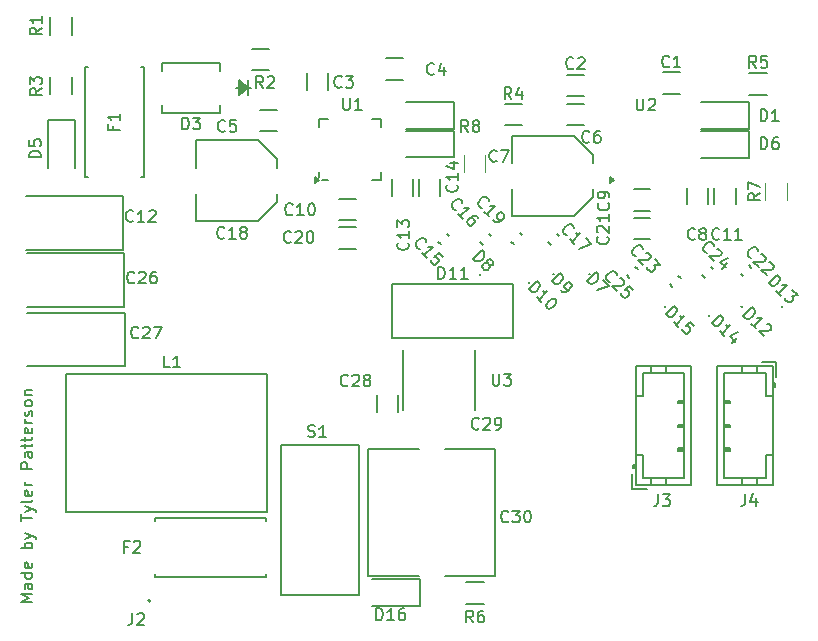
<source format=gto>
G04 #@! TF.GenerationSoftware,KiCad,Pcbnew,9.0.2*
G04 #@! TF.CreationDate,2025-10-25T21:31:50-05:00*
G04 #@! TF.ProjectId,telescope_driver,74656c65-7363-46f7-9065-5f6472697665,rev?*
G04 #@! TF.SameCoordinates,Original*
G04 #@! TF.FileFunction,Legend,Top*
G04 #@! TF.FilePolarity,Positive*
%FSLAX46Y46*%
G04 Gerber Fmt 4.6, Leading zero omitted, Abs format (unit mm)*
G04 Created by KiCad (PCBNEW 9.0.2) date 2025-10-25 21:31:50*
%MOMM*%
%LPD*%
G01*
G04 APERTURE LIST*
%ADD10C,0.200000*%
%ADD11C,0.160000*%
%ADD12C,0.150000*%
%ADD13C,0.120000*%
G04 APERTURE END LIST*
D10*
X99679675Y-97141126D02*
X98679675Y-97141126D01*
X98679675Y-97141126D02*
X99393960Y-96807793D01*
X99393960Y-96807793D02*
X98679675Y-96474460D01*
X98679675Y-96474460D02*
X99679675Y-96474460D01*
X99679675Y-95569698D02*
X99155865Y-95569698D01*
X99155865Y-95569698D02*
X99060627Y-95617317D01*
X99060627Y-95617317D02*
X99013008Y-95712555D01*
X99013008Y-95712555D02*
X99013008Y-95903031D01*
X99013008Y-95903031D02*
X99060627Y-95998269D01*
X99632056Y-95569698D02*
X99679675Y-95664936D01*
X99679675Y-95664936D02*
X99679675Y-95903031D01*
X99679675Y-95903031D02*
X99632056Y-95998269D01*
X99632056Y-95998269D02*
X99536817Y-96045888D01*
X99536817Y-96045888D02*
X99441579Y-96045888D01*
X99441579Y-96045888D02*
X99346341Y-95998269D01*
X99346341Y-95998269D02*
X99298722Y-95903031D01*
X99298722Y-95903031D02*
X99298722Y-95664936D01*
X99298722Y-95664936D02*
X99251103Y-95569698D01*
X99679675Y-94664936D02*
X98679675Y-94664936D01*
X99632056Y-94664936D02*
X99679675Y-94760174D01*
X99679675Y-94760174D02*
X99679675Y-94950650D01*
X99679675Y-94950650D02*
X99632056Y-95045888D01*
X99632056Y-95045888D02*
X99584436Y-95093507D01*
X99584436Y-95093507D02*
X99489198Y-95141126D01*
X99489198Y-95141126D02*
X99203484Y-95141126D01*
X99203484Y-95141126D02*
X99108246Y-95093507D01*
X99108246Y-95093507D02*
X99060627Y-95045888D01*
X99060627Y-95045888D02*
X99013008Y-94950650D01*
X99013008Y-94950650D02*
X99013008Y-94760174D01*
X99013008Y-94760174D02*
X99060627Y-94664936D01*
X99632056Y-93807793D02*
X99679675Y-93903031D01*
X99679675Y-93903031D02*
X99679675Y-94093507D01*
X99679675Y-94093507D02*
X99632056Y-94188745D01*
X99632056Y-94188745D02*
X99536817Y-94236364D01*
X99536817Y-94236364D02*
X99155865Y-94236364D01*
X99155865Y-94236364D02*
X99060627Y-94188745D01*
X99060627Y-94188745D02*
X99013008Y-94093507D01*
X99013008Y-94093507D02*
X99013008Y-93903031D01*
X99013008Y-93903031D02*
X99060627Y-93807793D01*
X99060627Y-93807793D02*
X99155865Y-93760174D01*
X99155865Y-93760174D02*
X99251103Y-93760174D01*
X99251103Y-93760174D02*
X99346341Y-94236364D01*
X99679675Y-92569697D02*
X98679675Y-92569697D01*
X99060627Y-92569697D02*
X99013008Y-92474459D01*
X99013008Y-92474459D02*
X99013008Y-92283983D01*
X99013008Y-92283983D02*
X99060627Y-92188745D01*
X99060627Y-92188745D02*
X99108246Y-92141126D01*
X99108246Y-92141126D02*
X99203484Y-92093507D01*
X99203484Y-92093507D02*
X99489198Y-92093507D01*
X99489198Y-92093507D02*
X99584436Y-92141126D01*
X99584436Y-92141126D02*
X99632056Y-92188745D01*
X99632056Y-92188745D02*
X99679675Y-92283983D01*
X99679675Y-92283983D02*
X99679675Y-92474459D01*
X99679675Y-92474459D02*
X99632056Y-92569697D01*
X99013008Y-91760173D02*
X99679675Y-91522078D01*
X99013008Y-91283983D02*
X99679675Y-91522078D01*
X99679675Y-91522078D02*
X99917770Y-91617316D01*
X99917770Y-91617316D02*
X99965389Y-91664935D01*
X99965389Y-91664935D02*
X100013008Y-91760173D01*
X98679675Y-90283982D02*
X98679675Y-89712554D01*
X99679675Y-89998268D02*
X98679675Y-89998268D01*
X99013008Y-89474458D02*
X99679675Y-89236363D01*
X99013008Y-88998268D02*
X99679675Y-89236363D01*
X99679675Y-89236363D02*
X99917770Y-89331601D01*
X99917770Y-89331601D02*
X99965389Y-89379220D01*
X99965389Y-89379220D02*
X100013008Y-89474458D01*
X99679675Y-88474458D02*
X99632056Y-88569696D01*
X99632056Y-88569696D02*
X99536817Y-88617315D01*
X99536817Y-88617315D02*
X98679675Y-88617315D01*
X99632056Y-87712553D02*
X99679675Y-87807791D01*
X99679675Y-87807791D02*
X99679675Y-87998267D01*
X99679675Y-87998267D02*
X99632056Y-88093505D01*
X99632056Y-88093505D02*
X99536817Y-88141124D01*
X99536817Y-88141124D02*
X99155865Y-88141124D01*
X99155865Y-88141124D02*
X99060627Y-88093505D01*
X99060627Y-88093505D02*
X99013008Y-87998267D01*
X99013008Y-87998267D02*
X99013008Y-87807791D01*
X99013008Y-87807791D02*
X99060627Y-87712553D01*
X99060627Y-87712553D02*
X99155865Y-87664934D01*
X99155865Y-87664934D02*
X99251103Y-87664934D01*
X99251103Y-87664934D02*
X99346341Y-88141124D01*
X99679675Y-87236362D02*
X99013008Y-87236362D01*
X99203484Y-87236362D02*
X99108246Y-87188743D01*
X99108246Y-87188743D02*
X99060627Y-87141124D01*
X99060627Y-87141124D02*
X99013008Y-87045886D01*
X99013008Y-87045886D02*
X99013008Y-86950648D01*
X99679675Y-85855409D02*
X98679675Y-85855409D01*
X98679675Y-85855409D02*
X98679675Y-85474457D01*
X98679675Y-85474457D02*
X98727294Y-85379219D01*
X98727294Y-85379219D02*
X98774913Y-85331600D01*
X98774913Y-85331600D02*
X98870151Y-85283981D01*
X98870151Y-85283981D02*
X99013008Y-85283981D01*
X99013008Y-85283981D02*
X99108246Y-85331600D01*
X99108246Y-85331600D02*
X99155865Y-85379219D01*
X99155865Y-85379219D02*
X99203484Y-85474457D01*
X99203484Y-85474457D02*
X99203484Y-85855409D01*
X99679675Y-84426838D02*
X99155865Y-84426838D01*
X99155865Y-84426838D02*
X99060627Y-84474457D01*
X99060627Y-84474457D02*
X99013008Y-84569695D01*
X99013008Y-84569695D02*
X99013008Y-84760171D01*
X99013008Y-84760171D02*
X99060627Y-84855409D01*
X99632056Y-84426838D02*
X99679675Y-84522076D01*
X99679675Y-84522076D02*
X99679675Y-84760171D01*
X99679675Y-84760171D02*
X99632056Y-84855409D01*
X99632056Y-84855409D02*
X99536817Y-84903028D01*
X99536817Y-84903028D02*
X99441579Y-84903028D01*
X99441579Y-84903028D02*
X99346341Y-84855409D01*
X99346341Y-84855409D02*
X99298722Y-84760171D01*
X99298722Y-84760171D02*
X99298722Y-84522076D01*
X99298722Y-84522076D02*
X99251103Y-84426838D01*
X99013008Y-84093504D02*
X99013008Y-83712552D01*
X98679675Y-83950647D02*
X99536817Y-83950647D01*
X99536817Y-83950647D02*
X99632056Y-83903028D01*
X99632056Y-83903028D02*
X99679675Y-83807790D01*
X99679675Y-83807790D02*
X99679675Y-83712552D01*
X99013008Y-83522075D02*
X99013008Y-83141123D01*
X98679675Y-83379218D02*
X99536817Y-83379218D01*
X99536817Y-83379218D02*
X99632056Y-83331599D01*
X99632056Y-83331599D02*
X99679675Y-83236361D01*
X99679675Y-83236361D02*
X99679675Y-83141123D01*
X99632056Y-82426837D02*
X99679675Y-82522075D01*
X99679675Y-82522075D02*
X99679675Y-82712551D01*
X99679675Y-82712551D02*
X99632056Y-82807789D01*
X99632056Y-82807789D02*
X99536817Y-82855408D01*
X99536817Y-82855408D02*
X99155865Y-82855408D01*
X99155865Y-82855408D02*
X99060627Y-82807789D01*
X99060627Y-82807789D02*
X99013008Y-82712551D01*
X99013008Y-82712551D02*
X99013008Y-82522075D01*
X99013008Y-82522075D02*
X99060627Y-82426837D01*
X99060627Y-82426837D02*
X99155865Y-82379218D01*
X99155865Y-82379218D02*
X99251103Y-82379218D01*
X99251103Y-82379218D02*
X99346341Y-82855408D01*
X99679675Y-81950646D02*
X99013008Y-81950646D01*
X99203484Y-81950646D02*
X99108246Y-81903027D01*
X99108246Y-81903027D02*
X99060627Y-81855408D01*
X99060627Y-81855408D02*
X99013008Y-81760170D01*
X99013008Y-81760170D02*
X99013008Y-81664932D01*
X99632056Y-81379217D02*
X99679675Y-81283979D01*
X99679675Y-81283979D02*
X99679675Y-81093503D01*
X99679675Y-81093503D02*
X99632056Y-80998265D01*
X99632056Y-80998265D02*
X99536817Y-80950646D01*
X99536817Y-80950646D02*
X99489198Y-80950646D01*
X99489198Y-80950646D02*
X99393960Y-80998265D01*
X99393960Y-80998265D02*
X99346341Y-81093503D01*
X99346341Y-81093503D02*
X99346341Y-81236360D01*
X99346341Y-81236360D02*
X99298722Y-81331598D01*
X99298722Y-81331598D02*
X99203484Y-81379217D01*
X99203484Y-81379217D02*
X99155865Y-81379217D01*
X99155865Y-81379217D02*
X99060627Y-81331598D01*
X99060627Y-81331598D02*
X99013008Y-81236360D01*
X99013008Y-81236360D02*
X99013008Y-81093503D01*
X99013008Y-81093503D02*
X99060627Y-80998265D01*
X99679675Y-80379217D02*
X99632056Y-80474455D01*
X99632056Y-80474455D02*
X99584436Y-80522074D01*
X99584436Y-80522074D02*
X99489198Y-80569693D01*
X99489198Y-80569693D02*
X99203484Y-80569693D01*
X99203484Y-80569693D02*
X99108246Y-80522074D01*
X99108246Y-80522074D02*
X99060627Y-80474455D01*
X99060627Y-80474455D02*
X99013008Y-80379217D01*
X99013008Y-80379217D02*
X99013008Y-80236360D01*
X99013008Y-80236360D02*
X99060627Y-80141122D01*
X99060627Y-80141122D02*
X99108246Y-80093503D01*
X99108246Y-80093503D02*
X99203484Y-80045884D01*
X99203484Y-80045884D02*
X99489198Y-80045884D01*
X99489198Y-80045884D02*
X99584436Y-80093503D01*
X99584436Y-80093503D02*
X99632056Y-80141122D01*
X99632056Y-80141122D02*
X99679675Y-80236360D01*
X99679675Y-80236360D02*
X99679675Y-80379217D01*
X99013008Y-79617312D02*
X99679675Y-79617312D01*
X99108246Y-79617312D02*
X99060627Y-79569693D01*
X99060627Y-79569693D02*
X99013008Y-79474455D01*
X99013008Y-79474455D02*
X99013008Y-79331598D01*
X99013008Y-79331598D02*
X99060627Y-79236360D01*
X99060627Y-79236360D02*
X99155865Y-79188741D01*
X99155865Y-79188741D02*
X99679675Y-79188741D01*
D11*
X152641666Y-88004299D02*
X152641666Y-88718584D01*
X152641666Y-88718584D02*
X152594047Y-88861441D01*
X152594047Y-88861441D02*
X152498809Y-88956680D01*
X152498809Y-88956680D02*
X152355952Y-89004299D01*
X152355952Y-89004299D02*
X152260714Y-89004299D01*
X153022619Y-88004299D02*
X153641666Y-88004299D01*
X153641666Y-88004299D02*
X153308333Y-88385251D01*
X153308333Y-88385251D02*
X153451190Y-88385251D01*
X153451190Y-88385251D02*
X153546428Y-88432870D01*
X153546428Y-88432870D02*
X153594047Y-88480489D01*
X153594047Y-88480489D02*
X153641666Y-88575727D01*
X153641666Y-88575727D02*
X153641666Y-88813822D01*
X153641666Y-88813822D02*
X153594047Y-88909060D01*
X153594047Y-88909060D02*
X153546428Y-88956680D01*
X153546428Y-88956680D02*
X153451190Y-89004299D01*
X153451190Y-89004299D02*
X153165476Y-89004299D01*
X153165476Y-89004299D02*
X153070238Y-88956680D01*
X153070238Y-88956680D02*
X153022619Y-88909060D01*
X138638095Y-77804299D02*
X138638095Y-78613822D01*
X138638095Y-78613822D02*
X138685714Y-78709060D01*
X138685714Y-78709060D02*
X138733333Y-78756680D01*
X138733333Y-78756680D02*
X138828571Y-78804299D01*
X138828571Y-78804299D02*
X139019047Y-78804299D01*
X139019047Y-78804299D02*
X139114285Y-78756680D01*
X139114285Y-78756680D02*
X139161904Y-78709060D01*
X139161904Y-78709060D02*
X139209523Y-78613822D01*
X139209523Y-78613822D02*
X139209523Y-77804299D01*
X139590476Y-77804299D02*
X140209523Y-77804299D01*
X140209523Y-77804299D02*
X139876190Y-78185251D01*
X139876190Y-78185251D02*
X140019047Y-78185251D01*
X140019047Y-78185251D02*
X140114285Y-78232870D01*
X140114285Y-78232870D02*
X140161904Y-78280489D01*
X140161904Y-78280489D02*
X140209523Y-78375727D01*
X140209523Y-78375727D02*
X140209523Y-78613822D01*
X140209523Y-78613822D02*
X140161904Y-78709060D01*
X140161904Y-78709060D02*
X140114285Y-78756680D01*
X140114285Y-78756680D02*
X140019047Y-78804299D01*
X140019047Y-78804299D02*
X139733333Y-78804299D01*
X139733333Y-78804299D02*
X139638095Y-78756680D01*
X139638095Y-78756680D02*
X139590476Y-78709060D01*
X144960736Y-66068126D02*
X144893393Y-66068126D01*
X144893393Y-66068126D02*
X144758706Y-66000783D01*
X144758706Y-66000783D02*
X144691362Y-65933439D01*
X144691362Y-65933439D02*
X144624019Y-65798752D01*
X144624019Y-65798752D02*
X144624019Y-65664065D01*
X144624019Y-65664065D02*
X144657691Y-65563050D01*
X144657691Y-65563050D02*
X144758706Y-65394691D01*
X144758706Y-65394691D02*
X144859721Y-65293676D01*
X144859721Y-65293676D02*
X145028080Y-65192661D01*
X145028080Y-65192661D02*
X145129095Y-65158989D01*
X145129095Y-65158989D02*
X145263782Y-65158989D01*
X145263782Y-65158989D02*
X145398469Y-65226332D01*
X145398469Y-65226332D02*
X145465813Y-65293676D01*
X145465813Y-65293676D02*
X145533156Y-65428363D01*
X145533156Y-65428363D02*
X145533156Y-65495706D01*
X145566828Y-66808905D02*
X145162767Y-66404844D01*
X145364797Y-66606874D02*
X146071904Y-65899767D01*
X146071904Y-65899767D02*
X145903545Y-65933439D01*
X145903545Y-65933439D02*
X145768858Y-65933439D01*
X145768858Y-65933439D02*
X145667843Y-65899767D01*
X146509637Y-66337500D02*
X146981042Y-66808905D01*
X146981042Y-66808905D02*
X145970889Y-67212966D01*
X134035714Y-69771099D02*
X134035714Y-68771099D01*
X134035714Y-68771099D02*
X134273809Y-68771099D01*
X134273809Y-68771099D02*
X134416666Y-68818718D01*
X134416666Y-68818718D02*
X134511904Y-68913956D01*
X134511904Y-68913956D02*
X134559523Y-69009194D01*
X134559523Y-69009194D02*
X134607142Y-69199670D01*
X134607142Y-69199670D02*
X134607142Y-69342527D01*
X134607142Y-69342527D02*
X134559523Y-69533003D01*
X134559523Y-69533003D02*
X134511904Y-69628241D01*
X134511904Y-69628241D02*
X134416666Y-69723480D01*
X134416666Y-69723480D02*
X134273809Y-69771099D01*
X134273809Y-69771099D02*
X134035714Y-69771099D01*
X135559523Y-69771099D02*
X134988095Y-69771099D01*
X135273809Y-69771099D02*
X135273809Y-68771099D01*
X135273809Y-68771099D02*
X135178571Y-68913956D01*
X135178571Y-68913956D02*
X135083333Y-69009194D01*
X135083333Y-69009194D02*
X134988095Y-69056813D01*
X136511904Y-69771099D02*
X135940476Y-69771099D01*
X136226190Y-69771099D02*
X136226190Y-68771099D01*
X136226190Y-68771099D02*
X136130952Y-68913956D01*
X136130952Y-68913956D02*
X136035714Y-69009194D01*
X136035714Y-69009194D02*
X135940476Y-69056813D01*
X111333333Y-77254299D02*
X110857143Y-77254299D01*
X110857143Y-77254299D02*
X110857143Y-76254299D01*
X112190476Y-77254299D02*
X111619048Y-77254299D01*
X111904762Y-77254299D02*
X111904762Y-76254299D01*
X111904762Y-76254299D02*
X111809524Y-76397156D01*
X111809524Y-76397156D02*
X111714286Y-76492394D01*
X111714286Y-76492394D02*
X111619048Y-76540013D01*
X137482142Y-82434060D02*
X137434523Y-82481680D01*
X137434523Y-82481680D02*
X137291666Y-82529299D01*
X137291666Y-82529299D02*
X137196428Y-82529299D01*
X137196428Y-82529299D02*
X137053571Y-82481680D01*
X137053571Y-82481680D02*
X136958333Y-82386441D01*
X136958333Y-82386441D02*
X136910714Y-82291203D01*
X136910714Y-82291203D02*
X136863095Y-82100727D01*
X136863095Y-82100727D02*
X136863095Y-81957870D01*
X136863095Y-81957870D02*
X136910714Y-81767394D01*
X136910714Y-81767394D02*
X136958333Y-81672156D01*
X136958333Y-81672156D02*
X137053571Y-81576918D01*
X137053571Y-81576918D02*
X137196428Y-81529299D01*
X137196428Y-81529299D02*
X137291666Y-81529299D01*
X137291666Y-81529299D02*
X137434523Y-81576918D01*
X137434523Y-81576918D02*
X137482142Y-81624537D01*
X137863095Y-81624537D02*
X137910714Y-81576918D01*
X137910714Y-81576918D02*
X138005952Y-81529299D01*
X138005952Y-81529299D02*
X138244047Y-81529299D01*
X138244047Y-81529299D02*
X138339285Y-81576918D01*
X138339285Y-81576918D02*
X138386904Y-81624537D01*
X138386904Y-81624537D02*
X138434523Y-81719775D01*
X138434523Y-81719775D02*
X138434523Y-81815013D01*
X138434523Y-81815013D02*
X138386904Y-81957870D01*
X138386904Y-81957870D02*
X137815476Y-82529299D01*
X137815476Y-82529299D02*
X138434523Y-82529299D01*
X138910714Y-82529299D02*
X139101190Y-82529299D01*
X139101190Y-82529299D02*
X139196428Y-82481680D01*
X139196428Y-82481680D02*
X139244047Y-82434060D01*
X139244047Y-82434060D02*
X139339285Y-82291203D01*
X139339285Y-82291203D02*
X139386904Y-82100727D01*
X139386904Y-82100727D02*
X139386904Y-81719775D01*
X139386904Y-81719775D02*
X139339285Y-81624537D01*
X139339285Y-81624537D02*
X139291666Y-81576918D01*
X139291666Y-81576918D02*
X139196428Y-81529299D01*
X139196428Y-81529299D02*
X139005952Y-81529299D01*
X139005952Y-81529299D02*
X138910714Y-81576918D01*
X138910714Y-81576918D02*
X138863095Y-81624537D01*
X138863095Y-81624537D02*
X138815476Y-81719775D01*
X138815476Y-81719775D02*
X138815476Y-81957870D01*
X138815476Y-81957870D02*
X138863095Y-82053108D01*
X138863095Y-82053108D02*
X138910714Y-82100727D01*
X138910714Y-82100727D02*
X139005952Y-82148346D01*
X139005952Y-82148346D02*
X139196428Y-82148346D01*
X139196428Y-82148346D02*
X139291666Y-82100727D01*
X139291666Y-82100727D02*
X139339285Y-82053108D01*
X139339285Y-82053108D02*
X139386904Y-81957870D01*
X115993333Y-57219060D02*
X115945714Y-57266680D01*
X115945714Y-57266680D02*
X115802857Y-57314299D01*
X115802857Y-57314299D02*
X115707619Y-57314299D01*
X115707619Y-57314299D02*
X115564762Y-57266680D01*
X115564762Y-57266680D02*
X115469524Y-57171441D01*
X115469524Y-57171441D02*
X115421905Y-57076203D01*
X115421905Y-57076203D02*
X115374286Y-56885727D01*
X115374286Y-56885727D02*
X115374286Y-56742870D01*
X115374286Y-56742870D02*
X115421905Y-56552394D01*
X115421905Y-56552394D02*
X115469524Y-56457156D01*
X115469524Y-56457156D02*
X115564762Y-56361918D01*
X115564762Y-56361918D02*
X115707619Y-56314299D01*
X115707619Y-56314299D02*
X115802857Y-56314299D01*
X115802857Y-56314299D02*
X115945714Y-56361918D01*
X115945714Y-56361918D02*
X115993333Y-56409537D01*
X116898095Y-56314299D02*
X116421905Y-56314299D01*
X116421905Y-56314299D02*
X116374286Y-56790489D01*
X116374286Y-56790489D02*
X116421905Y-56742870D01*
X116421905Y-56742870D02*
X116517143Y-56695251D01*
X116517143Y-56695251D02*
X116755238Y-56695251D01*
X116755238Y-56695251D02*
X116850476Y-56742870D01*
X116850476Y-56742870D02*
X116898095Y-56790489D01*
X116898095Y-56790489D02*
X116945714Y-56885727D01*
X116945714Y-56885727D02*
X116945714Y-57123822D01*
X116945714Y-57123822D02*
X116898095Y-57219060D01*
X116898095Y-57219060D02*
X116850476Y-57266680D01*
X116850476Y-57266680D02*
X116755238Y-57314299D01*
X116755238Y-57314299D02*
X116517143Y-57314299D01*
X116517143Y-57314299D02*
X116421905Y-57266680D01*
X116421905Y-57266680D02*
X116374286Y-57219060D01*
X108207142Y-64859060D02*
X108159523Y-64906680D01*
X108159523Y-64906680D02*
X108016666Y-64954299D01*
X108016666Y-64954299D02*
X107921428Y-64954299D01*
X107921428Y-64954299D02*
X107778571Y-64906680D01*
X107778571Y-64906680D02*
X107683333Y-64811441D01*
X107683333Y-64811441D02*
X107635714Y-64716203D01*
X107635714Y-64716203D02*
X107588095Y-64525727D01*
X107588095Y-64525727D02*
X107588095Y-64382870D01*
X107588095Y-64382870D02*
X107635714Y-64192394D01*
X107635714Y-64192394D02*
X107683333Y-64097156D01*
X107683333Y-64097156D02*
X107778571Y-64001918D01*
X107778571Y-64001918D02*
X107921428Y-63954299D01*
X107921428Y-63954299D02*
X108016666Y-63954299D01*
X108016666Y-63954299D02*
X108159523Y-64001918D01*
X108159523Y-64001918D02*
X108207142Y-64049537D01*
X109159523Y-64954299D02*
X108588095Y-64954299D01*
X108873809Y-64954299D02*
X108873809Y-63954299D01*
X108873809Y-63954299D02*
X108778571Y-64097156D01*
X108778571Y-64097156D02*
X108683333Y-64192394D01*
X108683333Y-64192394D02*
X108588095Y-64240013D01*
X109540476Y-64049537D02*
X109588095Y-64001918D01*
X109588095Y-64001918D02*
X109683333Y-63954299D01*
X109683333Y-63954299D02*
X109921428Y-63954299D01*
X109921428Y-63954299D02*
X110016666Y-64001918D01*
X110016666Y-64001918D02*
X110064285Y-64049537D01*
X110064285Y-64049537D02*
X110111904Y-64144775D01*
X110111904Y-64144775D02*
X110111904Y-64240013D01*
X110111904Y-64240013D02*
X110064285Y-64382870D01*
X110064285Y-64382870D02*
X109492857Y-64954299D01*
X109492857Y-64954299D02*
X110111904Y-64954299D01*
X125853333Y-53479060D02*
X125805714Y-53526680D01*
X125805714Y-53526680D02*
X125662857Y-53574299D01*
X125662857Y-53574299D02*
X125567619Y-53574299D01*
X125567619Y-53574299D02*
X125424762Y-53526680D01*
X125424762Y-53526680D02*
X125329524Y-53431441D01*
X125329524Y-53431441D02*
X125281905Y-53336203D01*
X125281905Y-53336203D02*
X125234286Y-53145727D01*
X125234286Y-53145727D02*
X125234286Y-53002870D01*
X125234286Y-53002870D02*
X125281905Y-52812394D01*
X125281905Y-52812394D02*
X125329524Y-52717156D01*
X125329524Y-52717156D02*
X125424762Y-52621918D01*
X125424762Y-52621918D02*
X125567619Y-52574299D01*
X125567619Y-52574299D02*
X125662857Y-52574299D01*
X125662857Y-52574299D02*
X125805714Y-52621918D01*
X125805714Y-52621918D02*
X125853333Y-52669537D01*
X126186667Y-52574299D02*
X126805714Y-52574299D01*
X126805714Y-52574299D02*
X126472381Y-52955251D01*
X126472381Y-52955251D02*
X126615238Y-52955251D01*
X126615238Y-52955251D02*
X126710476Y-53002870D01*
X126710476Y-53002870D02*
X126758095Y-53050489D01*
X126758095Y-53050489D02*
X126805714Y-53145727D01*
X126805714Y-53145727D02*
X126805714Y-53383822D01*
X126805714Y-53383822D02*
X126758095Y-53479060D01*
X126758095Y-53479060D02*
X126710476Y-53526680D01*
X126710476Y-53526680D02*
X126615238Y-53574299D01*
X126615238Y-53574299D02*
X126329524Y-53574299D01*
X126329524Y-53574299D02*
X126234286Y-53526680D01*
X126234286Y-53526680D02*
X126186667Y-53479060D01*
X146833333Y-58139060D02*
X146785714Y-58186680D01*
X146785714Y-58186680D02*
X146642857Y-58234299D01*
X146642857Y-58234299D02*
X146547619Y-58234299D01*
X146547619Y-58234299D02*
X146404762Y-58186680D01*
X146404762Y-58186680D02*
X146309524Y-58091441D01*
X146309524Y-58091441D02*
X146261905Y-57996203D01*
X146261905Y-57996203D02*
X146214286Y-57805727D01*
X146214286Y-57805727D02*
X146214286Y-57662870D01*
X146214286Y-57662870D02*
X146261905Y-57472394D01*
X146261905Y-57472394D02*
X146309524Y-57377156D01*
X146309524Y-57377156D02*
X146404762Y-57281918D01*
X146404762Y-57281918D02*
X146547619Y-57234299D01*
X146547619Y-57234299D02*
X146642857Y-57234299D01*
X146642857Y-57234299D02*
X146785714Y-57281918D01*
X146785714Y-57281918D02*
X146833333Y-57329537D01*
X147690476Y-57234299D02*
X147500000Y-57234299D01*
X147500000Y-57234299D02*
X147404762Y-57281918D01*
X147404762Y-57281918D02*
X147357143Y-57329537D01*
X147357143Y-57329537D02*
X147261905Y-57472394D01*
X147261905Y-57472394D02*
X147214286Y-57662870D01*
X147214286Y-57662870D02*
X147214286Y-58043822D01*
X147214286Y-58043822D02*
X147261905Y-58139060D01*
X147261905Y-58139060D02*
X147309524Y-58186680D01*
X147309524Y-58186680D02*
X147404762Y-58234299D01*
X147404762Y-58234299D02*
X147595238Y-58234299D01*
X147595238Y-58234299D02*
X147690476Y-58186680D01*
X147690476Y-58186680D02*
X147738095Y-58139060D01*
X147738095Y-58139060D02*
X147785714Y-58043822D01*
X147785714Y-58043822D02*
X147785714Y-57805727D01*
X147785714Y-57805727D02*
X147738095Y-57710489D01*
X147738095Y-57710489D02*
X147690476Y-57662870D01*
X147690476Y-57662870D02*
X147595238Y-57615251D01*
X147595238Y-57615251D02*
X147404762Y-57615251D01*
X147404762Y-57615251D02*
X147309524Y-57662870D01*
X147309524Y-57662870D02*
X147261905Y-57710489D01*
X147261905Y-57710489D02*
X147214286Y-57805727D01*
X153295132Y-72762608D02*
X154002239Y-72055501D01*
X154002239Y-72055501D02*
X154170597Y-72223860D01*
X154170597Y-72223860D02*
X154237941Y-72358547D01*
X154237941Y-72358547D02*
X154237941Y-72493234D01*
X154237941Y-72493234D02*
X154204269Y-72594249D01*
X154204269Y-72594249D02*
X154103254Y-72762608D01*
X154103254Y-72762608D02*
X154002239Y-72863623D01*
X154002239Y-72863623D02*
X153833880Y-72964638D01*
X153833880Y-72964638D02*
X153732865Y-72998310D01*
X153732865Y-72998310D02*
X153598178Y-72998310D01*
X153598178Y-72998310D02*
X153463491Y-72930966D01*
X153463491Y-72930966D02*
X153295132Y-72762608D01*
X154372628Y-73840104D02*
X153968567Y-73436043D01*
X154170597Y-73638073D02*
X154877704Y-72930966D01*
X154877704Y-72930966D02*
X154709345Y-72964638D01*
X154709345Y-72964638D02*
X154574658Y-72964638D01*
X154574658Y-72964638D02*
X154473643Y-72930966D01*
X155719498Y-73772760D02*
X155382780Y-73436043D01*
X155382780Y-73436043D02*
X155012391Y-73739089D01*
X155012391Y-73739089D02*
X155079735Y-73739089D01*
X155079735Y-73739089D02*
X155180750Y-73772760D01*
X155180750Y-73772760D02*
X155349109Y-73941119D01*
X155349109Y-73941119D02*
X155382780Y-74042134D01*
X155382780Y-74042134D02*
X155382780Y-74109478D01*
X155382780Y-74109478D02*
X155349109Y-74210493D01*
X155349109Y-74210493D02*
X155180750Y-74378852D01*
X155180750Y-74378852D02*
X155079735Y-74412524D01*
X155079735Y-74412524D02*
X155012391Y-74412524D01*
X155012391Y-74412524D02*
X154911376Y-74378852D01*
X154911376Y-74378852D02*
X154743017Y-74210493D01*
X154743017Y-74210493D02*
X154709345Y-74109478D01*
X154709345Y-74109478D02*
X154709345Y-74042134D01*
X161339505Y-58784299D02*
X161339505Y-57784299D01*
X161339505Y-57784299D02*
X161577600Y-57784299D01*
X161577600Y-57784299D02*
X161720457Y-57831918D01*
X161720457Y-57831918D02*
X161815695Y-57927156D01*
X161815695Y-57927156D02*
X161863314Y-58022394D01*
X161863314Y-58022394D02*
X161910933Y-58212870D01*
X161910933Y-58212870D02*
X161910933Y-58355727D01*
X161910933Y-58355727D02*
X161863314Y-58546203D01*
X161863314Y-58546203D02*
X161815695Y-58641441D01*
X161815695Y-58641441D02*
X161720457Y-58736680D01*
X161720457Y-58736680D02*
X161577600Y-58784299D01*
X161577600Y-58784299D02*
X161339505Y-58784299D01*
X162768076Y-57784299D02*
X162577600Y-57784299D01*
X162577600Y-57784299D02*
X162482362Y-57831918D01*
X162482362Y-57831918D02*
X162434743Y-57879537D01*
X162434743Y-57879537D02*
X162339505Y-58022394D01*
X162339505Y-58022394D02*
X162291886Y-58212870D01*
X162291886Y-58212870D02*
X162291886Y-58593822D01*
X162291886Y-58593822D02*
X162339505Y-58689060D01*
X162339505Y-58689060D02*
X162387124Y-58736680D01*
X162387124Y-58736680D02*
X162482362Y-58784299D01*
X162482362Y-58784299D02*
X162672838Y-58784299D01*
X162672838Y-58784299D02*
X162768076Y-58736680D01*
X162768076Y-58736680D02*
X162815695Y-58689060D01*
X162815695Y-58689060D02*
X162863314Y-58593822D01*
X162863314Y-58593822D02*
X162863314Y-58355727D01*
X162863314Y-58355727D02*
X162815695Y-58260489D01*
X162815695Y-58260489D02*
X162768076Y-58212870D01*
X162768076Y-58212870D02*
X162672838Y-58165251D01*
X162672838Y-58165251D02*
X162482362Y-58165251D01*
X162482362Y-58165251D02*
X162387124Y-58212870D01*
X162387124Y-58212870D02*
X162339505Y-58260489D01*
X162339505Y-58260489D02*
X162291886Y-58355727D01*
X148434060Y-63341666D02*
X148481680Y-63389285D01*
X148481680Y-63389285D02*
X148529299Y-63532142D01*
X148529299Y-63532142D02*
X148529299Y-63627380D01*
X148529299Y-63627380D02*
X148481680Y-63770237D01*
X148481680Y-63770237D02*
X148386441Y-63865475D01*
X148386441Y-63865475D02*
X148291203Y-63913094D01*
X148291203Y-63913094D02*
X148100727Y-63960713D01*
X148100727Y-63960713D02*
X147957870Y-63960713D01*
X147957870Y-63960713D02*
X147767394Y-63913094D01*
X147767394Y-63913094D02*
X147672156Y-63865475D01*
X147672156Y-63865475D02*
X147576918Y-63770237D01*
X147576918Y-63770237D02*
X147529299Y-63627380D01*
X147529299Y-63627380D02*
X147529299Y-63532142D01*
X147529299Y-63532142D02*
X147576918Y-63389285D01*
X147576918Y-63389285D02*
X147624537Y-63341666D01*
X148529299Y-62865475D02*
X148529299Y-62674999D01*
X148529299Y-62674999D02*
X148481680Y-62579761D01*
X148481680Y-62579761D02*
X148434060Y-62532142D01*
X148434060Y-62532142D02*
X148291203Y-62436904D01*
X148291203Y-62436904D02*
X148100727Y-62389285D01*
X148100727Y-62389285D02*
X147719775Y-62389285D01*
X147719775Y-62389285D02*
X147624537Y-62436904D01*
X147624537Y-62436904D02*
X147576918Y-62484523D01*
X147576918Y-62484523D02*
X147529299Y-62579761D01*
X147529299Y-62579761D02*
X147529299Y-62770237D01*
X147529299Y-62770237D02*
X147576918Y-62865475D01*
X147576918Y-62865475D02*
X147624537Y-62913094D01*
X147624537Y-62913094D02*
X147719775Y-62960713D01*
X147719775Y-62960713D02*
X147957870Y-62960713D01*
X147957870Y-62960713D02*
X148053108Y-62913094D01*
X148053108Y-62913094D02*
X148100727Y-62865475D01*
X148100727Y-62865475D02*
X148148346Y-62770237D01*
X148148346Y-62770237D02*
X148148346Y-62579761D01*
X148148346Y-62579761D02*
X148100727Y-62484523D01*
X148100727Y-62484523D02*
X148053108Y-62436904D01*
X148053108Y-62436904D02*
X147957870Y-62389285D01*
X100403499Y-59488494D02*
X99403499Y-59488494D01*
X99403499Y-59488494D02*
X99403499Y-59250399D01*
X99403499Y-59250399D02*
X99451118Y-59107542D01*
X99451118Y-59107542D02*
X99546356Y-59012304D01*
X99546356Y-59012304D02*
X99641594Y-58964685D01*
X99641594Y-58964685D02*
X99832070Y-58917066D01*
X99832070Y-58917066D02*
X99974927Y-58917066D01*
X99974927Y-58917066D02*
X100165403Y-58964685D01*
X100165403Y-58964685D02*
X100260641Y-59012304D01*
X100260641Y-59012304D02*
X100355880Y-59107542D01*
X100355880Y-59107542D02*
X100403499Y-59250399D01*
X100403499Y-59250399D02*
X100403499Y-59488494D01*
X99403499Y-58012304D02*
X99403499Y-58488494D01*
X99403499Y-58488494D02*
X99879689Y-58536113D01*
X99879689Y-58536113D02*
X99832070Y-58488494D01*
X99832070Y-58488494D02*
X99784451Y-58393256D01*
X99784451Y-58393256D02*
X99784451Y-58155161D01*
X99784451Y-58155161D02*
X99832070Y-58059923D01*
X99832070Y-58059923D02*
X99879689Y-58012304D01*
X99879689Y-58012304D02*
X99974927Y-57964685D01*
X99974927Y-57964685D02*
X100213022Y-57964685D01*
X100213022Y-57964685D02*
X100308260Y-58012304D01*
X100308260Y-58012304D02*
X100355880Y-58059923D01*
X100355880Y-58059923D02*
X100403499Y-58155161D01*
X100403499Y-58155161D02*
X100403499Y-58393256D01*
X100403499Y-58393256D02*
X100355880Y-58488494D01*
X100355880Y-58488494D02*
X100308260Y-58536113D01*
X123012665Y-83107400D02*
X123155522Y-83155019D01*
X123155522Y-83155019D02*
X123393617Y-83155019D01*
X123393617Y-83155019D02*
X123488855Y-83107400D01*
X123488855Y-83107400D02*
X123536474Y-83059780D01*
X123536474Y-83059780D02*
X123584093Y-82964542D01*
X123584093Y-82964542D02*
X123584093Y-82869304D01*
X123584093Y-82869304D02*
X123536474Y-82774066D01*
X123536474Y-82774066D02*
X123488855Y-82726447D01*
X123488855Y-82726447D02*
X123393617Y-82678828D01*
X123393617Y-82678828D02*
X123203141Y-82631209D01*
X123203141Y-82631209D02*
X123107903Y-82583590D01*
X123107903Y-82583590D02*
X123060284Y-82535971D01*
X123060284Y-82535971D02*
X123012665Y-82440733D01*
X123012665Y-82440733D02*
X123012665Y-82345495D01*
X123012665Y-82345495D02*
X123060284Y-82250257D01*
X123060284Y-82250257D02*
X123107903Y-82202638D01*
X123107903Y-82202638D02*
X123203141Y-82155019D01*
X123203141Y-82155019D02*
X123441236Y-82155019D01*
X123441236Y-82155019D02*
X123584093Y-82202638D01*
X124536474Y-83155019D02*
X123965046Y-83155019D01*
X124250760Y-83155019D02*
X124250760Y-82155019D01*
X124250760Y-82155019D02*
X124155522Y-82297876D01*
X124155522Y-82297876D02*
X124060284Y-82393114D01*
X124060284Y-82393114D02*
X123965046Y-82440733D01*
X108653542Y-74705060D02*
X108605923Y-74752680D01*
X108605923Y-74752680D02*
X108463066Y-74800299D01*
X108463066Y-74800299D02*
X108367828Y-74800299D01*
X108367828Y-74800299D02*
X108224971Y-74752680D01*
X108224971Y-74752680D02*
X108129733Y-74657441D01*
X108129733Y-74657441D02*
X108082114Y-74562203D01*
X108082114Y-74562203D02*
X108034495Y-74371727D01*
X108034495Y-74371727D02*
X108034495Y-74228870D01*
X108034495Y-74228870D02*
X108082114Y-74038394D01*
X108082114Y-74038394D02*
X108129733Y-73943156D01*
X108129733Y-73943156D02*
X108224971Y-73847918D01*
X108224971Y-73847918D02*
X108367828Y-73800299D01*
X108367828Y-73800299D02*
X108463066Y-73800299D01*
X108463066Y-73800299D02*
X108605923Y-73847918D01*
X108605923Y-73847918D02*
X108653542Y-73895537D01*
X109034495Y-73895537D02*
X109082114Y-73847918D01*
X109082114Y-73847918D02*
X109177352Y-73800299D01*
X109177352Y-73800299D02*
X109415447Y-73800299D01*
X109415447Y-73800299D02*
X109510685Y-73847918D01*
X109510685Y-73847918D02*
X109558304Y-73895537D01*
X109558304Y-73895537D02*
X109605923Y-73990775D01*
X109605923Y-73990775D02*
X109605923Y-74086013D01*
X109605923Y-74086013D02*
X109558304Y-74228870D01*
X109558304Y-74228870D02*
X108986876Y-74800299D01*
X108986876Y-74800299D02*
X109605923Y-74800299D01*
X109939257Y-73800299D02*
X110605923Y-73800299D01*
X110605923Y-73800299D02*
X110177352Y-74800299D01*
X100454299Y-48503066D02*
X99978108Y-48836399D01*
X100454299Y-49074494D02*
X99454299Y-49074494D01*
X99454299Y-49074494D02*
X99454299Y-48693542D01*
X99454299Y-48693542D02*
X99501918Y-48598304D01*
X99501918Y-48598304D02*
X99549537Y-48550685D01*
X99549537Y-48550685D02*
X99644775Y-48503066D01*
X99644775Y-48503066D02*
X99787632Y-48503066D01*
X99787632Y-48503066D02*
X99882870Y-48550685D01*
X99882870Y-48550685D02*
X99930489Y-48598304D01*
X99930489Y-48598304D02*
X99978108Y-48693542D01*
X99978108Y-48693542D02*
X99978108Y-49074494D01*
X100454299Y-47550685D02*
X100454299Y-48122113D01*
X100454299Y-47836399D02*
X99454299Y-47836399D01*
X99454299Y-47836399D02*
X99597156Y-47931637D01*
X99597156Y-47931637D02*
X99692394Y-48026875D01*
X99692394Y-48026875D02*
X99740013Y-48122113D01*
X148567536Y-70030525D02*
X148500193Y-70030525D01*
X148500193Y-70030525D02*
X148365506Y-69963182D01*
X148365506Y-69963182D02*
X148298162Y-69895838D01*
X148298162Y-69895838D02*
X148230819Y-69761151D01*
X148230819Y-69761151D02*
X148230819Y-69626464D01*
X148230819Y-69626464D02*
X148264491Y-69525449D01*
X148264491Y-69525449D02*
X148365506Y-69357090D01*
X148365506Y-69357090D02*
X148466521Y-69256075D01*
X148466521Y-69256075D02*
X148634880Y-69155060D01*
X148634880Y-69155060D02*
X148735895Y-69121388D01*
X148735895Y-69121388D02*
X148870582Y-69121388D01*
X148870582Y-69121388D02*
X149005269Y-69188731D01*
X149005269Y-69188731D02*
X149072613Y-69256075D01*
X149072613Y-69256075D02*
X149139956Y-69390762D01*
X149139956Y-69390762D02*
X149139956Y-69458105D01*
X149409330Y-69727479D02*
X149476674Y-69727479D01*
X149476674Y-69727479D02*
X149577689Y-69761151D01*
X149577689Y-69761151D02*
X149746048Y-69929510D01*
X149746048Y-69929510D02*
X149779719Y-70030525D01*
X149779719Y-70030525D02*
X149779719Y-70097869D01*
X149779719Y-70097869D02*
X149746048Y-70198884D01*
X149746048Y-70198884D02*
X149678704Y-70266228D01*
X149678704Y-70266228D02*
X149544017Y-70333571D01*
X149544017Y-70333571D02*
X148735895Y-70333571D01*
X148735895Y-70333571D02*
X149173628Y-70771304D01*
X150520498Y-70703960D02*
X150183780Y-70367243D01*
X150183780Y-70367243D02*
X149813391Y-70670289D01*
X149813391Y-70670289D02*
X149880735Y-70670289D01*
X149880735Y-70670289D02*
X149981750Y-70703960D01*
X149981750Y-70703960D02*
X150150109Y-70872319D01*
X150150109Y-70872319D02*
X150183780Y-70973334D01*
X150183780Y-70973334D02*
X150183780Y-71040678D01*
X150183780Y-71040678D02*
X150150109Y-71141693D01*
X150150109Y-71141693D02*
X149981750Y-71310052D01*
X149981750Y-71310052D02*
X149880735Y-71343724D01*
X149880735Y-71343724D02*
X149813391Y-71343724D01*
X149813391Y-71343724D02*
X149712376Y-71310052D01*
X149712376Y-71310052D02*
X149544017Y-71141693D01*
X149544017Y-71141693D02*
X149510345Y-71040678D01*
X149510345Y-71040678D02*
X149510345Y-70973334D01*
X161997932Y-70112608D02*
X162705039Y-69405501D01*
X162705039Y-69405501D02*
X162873397Y-69573860D01*
X162873397Y-69573860D02*
X162940741Y-69708547D01*
X162940741Y-69708547D02*
X162940741Y-69843234D01*
X162940741Y-69843234D02*
X162907069Y-69944249D01*
X162907069Y-69944249D02*
X162806054Y-70112608D01*
X162806054Y-70112608D02*
X162705039Y-70213623D01*
X162705039Y-70213623D02*
X162536680Y-70314638D01*
X162536680Y-70314638D02*
X162435665Y-70348310D01*
X162435665Y-70348310D02*
X162300978Y-70348310D01*
X162300978Y-70348310D02*
X162166291Y-70280966D01*
X162166291Y-70280966D02*
X161997932Y-70112608D01*
X163075428Y-71190104D02*
X162671367Y-70786043D01*
X162873397Y-70988073D02*
X163580504Y-70280966D01*
X163580504Y-70280966D02*
X163412145Y-70314638D01*
X163412145Y-70314638D02*
X163277458Y-70314638D01*
X163277458Y-70314638D02*
X163176443Y-70280966D01*
X164018237Y-70718699D02*
X164455970Y-71156432D01*
X164455970Y-71156432D02*
X163950893Y-71190104D01*
X163950893Y-71190104D02*
X164051909Y-71291119D01*
X164051909Y-71291119D02*
X164085580Y-71392134D01*
X164085580Y-71392134D02*
X164085580Y-71459478D01*
X164085580Y-71459478D02*
X164051909Y-71560493D01*
X164051909Y-71560493D02*
X163883550Y-71728852D01*
X163883550Y-71728852D02*
X163782535Y-71762524D01*
X163782535Y-71762524D02*
X163715191Y-71762524D01*
X163715191Y-71762524D02*
X163614176Y-71728852D01*
X163614176Y-71728852D02*
X163412145Y-71526821D01*
X163412145Y-71526821D02*
X163378474Y-71425806D01*
X163378474Y-71425806D02*
X163378474Y-71358463D01*
X160041666Y-87979299D02*
X160041666Y-88693584D01*
X160041666Y-88693584D02*
X159994047Y-88836441D01*
X159994047Y-88836441D02*
X159898809Y-88931680D01*
X159898809Y-88931680D02*
X159755952Y-88979299D01*
X159755952Y-88979299D02*
X159660714Y-88979299D01*
X160946428Y-88312632D02*
X160946428Y-88979299D01*
X160708333Y-87931680D02*
X160470238Y-88645965D01*
X160470238Y-88645965D02*
X161089285Y-88645965D01*
X136983333Y-98854299D02*
X136650000Y-98378108D01*
X136411905Y-98854299D02*
X136411905Y-97854299D01*
X136411905Y-97854299D02*
X136792857Y-97854299D01*
X136792857Y-97854299D02*
X136888095Y-97901918D01*
X136888095Y-97901918D02*
X136935714Y-97949537D01*
X136935714Y-97949537D02*
X136983333Y-98044775D01*
X136983333Y-98044775D02*
X136983333Y-98187632D01*
X136983333Y-98187632D02*
X136935714Y-98282870D01*
X136935714Y-98282870D02*
X136888095Y-98330489D01*
X136888095Y-98330489D02*
X136792857Y-98378108D01*
X136792857Y-98378108D02*
X136411905Y-98378108D01*
X137840476Y-97854299D02*
X137650000Y-97854299D01*
X137650000Y-97854299D02*
X137554762Y-97901918D01*
X137554762Y-97901918D02*
X137507143Y-97949537D01*
X137507143Y-97949537D02*
X137411905Y-98092394D01*
X137411905Y-98092394D02*
X137364286Y-98282870D01*
X137364286Y-98282870D02*
X137364286Y-98663822D01*
X137364286Y-98663822D02*
X137411905Y-98759060D01*
X137411905Y-98759060D02*
X137459524Y-98806680D01*
X137459524Y-98806680D02*
X137554762Y-98854299D01*
X137554762Y-98854299D02*
X137745238Y-98854299D01*
X137745238Y-98854299D02*
X137840476Y-98806680D01*
X137840476Y-98806680D02*
X137888095Y-98759060D01*
X137888095Y-98759060D02*
X137935714Y-98663822D01*
X137935714Y-98663822D02*
X137935714Y-98425727D01*
X137935714Y-98425727D02*
X137888095Y-98330489D01*
X137888095Y-98330489D02*
X137840476Y-98282870D01*
X137840476Y-98282870D02*
X137745238Y-98235251D01*
X137745238Y-98235251D02*
X137554762Y-98235251D01*
X137554762Y-98235251D02*
X137459524Y-98282870D01*
X137459524Y-98282870D02*
X137411905Y-98330489D01*
X137411905Y-98330489D02*
X137364286Y-98425727D01*
X125988095Y-54454299D02*
X125988095Y-55263822D01*
X125988095Y-55263822D02*
X126035714Y-55359060D01*
X126035714Y-55359060D02*
X126083333Y-55406680D01*
X126083333Y-55406680D02*
X126178571Y-55454299D01*
X126178571Y-55454299D02*
X126369047Y-55454299D01*
X126369047Y-55454299D02*
X126464285Y-55406680D01*
X126464285Y-55406680D02*
X126511904Y-55359060D01*
X126511904Y-55359060D02*
X126559523Y-55263822D01*
X126559523Y-55263822D02*
X126559523Y-54454299D01*
X127559523Y-55454299D02*
X126988095Y-55454299D01*
X127273809Y-55454299D02*
X127273809Y-54454299D01*
X127273809Y-54454299D02*
X127178571Y-54597156D01*
X127178571Y-54597156D02*
X127083333Y-54692394D01*
X127083333Y-54692394D02*
X126988095Y-54740013D01*
X135511936Y-63934525D02*
X135444593Y-63934525D01*
X135444593Y-63934525D02*
X135309906Y-63867182D01*
X135309906Y-63867182D02*
X135242562Y-63799838D01*
X135242562Y-63799838D02*
X135175219Y-63665151D01*
X135175219Y-63665151D02*
X135175219Y-63530464D01*
X135175219Y-63530464D02*
X135208891Y-63429449D01*
X135208891Y-63429449D02*
X135309906Y-63261090D01*
X135309906Y-63261090D02*
X135410921Y-63160075D01*
X135410921Y-63160075D02*
X135579280Y-63059060D01*
X135579280Y-63059060D02*
X135680295Y-63025388D01*
X135680295Y-63025388D02*
X135814982Y-63025388D01*
X135814982Y-63025388D02*
X135949669Y-63092731D01*
X135949669Y-63092731D02*
X136017013Y-63160075D01*
X136017013Y-63160075D02*
X136084356Y-63294762D01*
X136084356Y-63294762D02*
X136084356Y-63362105D01*
X136118028Y-64675304D02*
X135713967Y-64271243D01*
X135915997Y-64473273D02*
X136623104Y-63766166D01*
X136623104Y-63766166D02*
X136454745Y-63799838D01*
X136454745Y-63799838D02*
X136320058Y-63799838D01*
X136320058Y-63799838D02*
X136219043Y-63766166D01*
X137431226Y-64574289D02*
X137296539Y-64439602D01*
X137296539Y-64439602D02*
X137195524Y-64405930D01*
X137195524Y-64405930D02*
X137128180Y-64405930D01*
X137128180Y-64405930D02*
X136959822Y-64439602D01*
X136959822Y-64439602D02*
X136791463Y-64540617D01*
X136791463Y-64540617D02*
X136522089Y-64809991D01*
X136522089Y-64809991D02*
X136488417Y-64911006D01*
X136488417Y-64911006D02*
X136488417Y-64978350D01*
X136488417Y-64978350D02*
X136522089Y-65079365D01*
X136522089Y-65079365D02*
X136656776Y-65214052D01*
X136656776Y-65214052D02*
X136757791Y-65247724D01*
X136757791Y-65247724D02*
X136825135Y-65247724D01*
X136825135Y-65247724D02*
X136926150Y-65214052D01*
X136926150Y-65214052D02*
X137094509Y-65045693D01*
X137094509Y-65045693D02*
X137128180Y-64944678D01*
X137128180Y-64944678D02*
X137128180Y-64877334D01*
X137128180Y-64877334D02*
X137094509Y-64776319D01*
X137094509Y-64776319D02*
X136959822Y-64641632D01*
X136959822Y-64641632D02*
X136858806Y-64607960D01*
X136858806Y-64607960D02*
X136791463Y-64607960D01*
X136791463Y-64607960D02*
X136690448Y-64641632D01*
X150838095Y-54496299D02*
X150838095Y-55305822D01*
X150838095Y-55305822D02*
X150885714Y-55401060D01*
X150885714Y-55401060D02*
X150933333Y-55448680D01*
X150933333Y-55448680D02*
X151028571Y-55496299D01*
X151028571Y-55496299D02*
X151219047Y-55496299D01*
X151219047Y-55496299D02*
X151314285Y-55448680D01*
X151314285Y-55448680D02*
X151361904Y-55401060D01*
X151361904Y-55401060D02*
X151409523Y-55305822D01*
X151409523Y-55305822D02*
X151409523Y-54496299D01*
X151838095Y-54591537D02*
X151885714Y-54543918D01*
X151885714Y-54543918D02*
X151980952Y-54496299D01*
X151980952Y-54496299D02*
X152219047Y-54496299D01*
X152219047Y-54496299D02*
X152314285Y-54543918D01*
X152314285Y-54543918D02*
X152361904Y-54591537D01*
X152361904Y-54591537D02*
X152409523Y-54686775D01*
X152409523Y-54686775D02*
X152409523Y-54782013D01*
X152409523Y-54782013D02*
X152361904Y-54924870D01*
X152361904Y-54924870D02*
X151790476Y-55496299D01*
X151790476Y-55496299D02*
X152409523Y-55496299D01*
X108141666Y-98054299D02*
X108141666Y-98768584D01*
X108141666Y-98768584D02*
X108094047Y-98911441D01*
X108094047Y-98911441D02*
X107998809Y-99006680D01*
X107998809Y-99006680D02*
X107855952Y-99054299D01*
X107855952Y-99054299D02*
X107760714Y-99054299D01*
X108570238Y-98149537D02*
X108617857Y-98101918D01*
X108617857Y-98101918D02*
X108713095Y-98054299D01*
X108713095Y-98054299D02*
X108951190Y-98054299D01*
X108951190Y-98054299D02*
X109046428Y-98101918D01*
X109046428Y-98101918D02*
X109094047Y-98149537D01*
X109094047Y-98149537D02*
X109141666Y-98244775D01*
X109141666Y-98244775D02*
X109141666Y-98340013D01*
X109141666Y-98340013D02*
X109094047Y-98482870D01*
X109094047Y-98482870D02*
X108522619Y-99054299D01*
X108522619Y-99054299D02*
X109141666Y-99054299D01*
X115937142Y-66269060D02*
X115889523Y-66316680D01*
X115889523Y-66316680D02*
X115746666Y-66364299D01*
X115746666Y-66364299D02*
X115651428Y-66364299D01*
X115651428Y-66364299D02*
X115508571Y-66316680D01*
X115508571Y-66316680D02*
X115413333Y-66221441D01*
X115413333Y-66221441D02*
X115365714Y-66126203D01*
X115365714Y-66126203D02*
X115318095Y-65935727D01*
X115318095Y-65935727D02*
X115318095Y-65792870D01*
X115318095Y-65792870D02*
X115365714Y-65602394D01*
X115365714Y-65602394D02*
X115413333Y-65507156D01*
X115413333Y-65507156D02*
X115508571Y-65411918D01*
X115508571Y-65411918D02*
X115651428Y-65364299D01*
X115651428Y-65364299D02*
X115746666Y-65364299D01*
X115746666Y-65364299D02*
X115889523Y-65411918D01*
X115889523Y-65411918D02*
X115937142Y-65459537D01*
X116889523Y-66364299D02*
X116318095Y-66364299D01*
X116603809Y-66364299D02*
X116603809Y-65364299D01*
X116603809Y-65364299D02*
X116508571Y-65507156D01*
X116508571Y-65507156D02*
X116413333Y-65602394D01*
X116413333Y-65602394D02*
X116318095Y-65650013D01*
X117460952Y-65792870D02*
X117365714Y-65745251D01*
X117365714Y-65745251D02*
X117318095Y-65697632D01*
X117318095Y-65697632D02*
X117270476Y-65602394D01*
X117270476Y-65602394D02*
X117270476Y-65554775D01*
X117270476Y-65554775D02*
X117318095Y-65459537D01*
X117318095Y-65459537D02*
X117365714Y-65411918D01*
X117365714Y-65411918D02*
X117460952Y-65364299D01*
X117460952Y-65364299D02*
X117651428Y-65364299D01*
X117651428Y-65364299D02*
X117746666Y-65411918D01*
X117746666Y-65411918D02*
X117794285Y-65459537D01*
X117794285Y-65459537D02*
X117841904Y-65554775D01*
X117841904Y-65554775D02*
X117841904Y-65602394D01*
X117841904Y-65602394D02*
X117794285Y-65697632D01*
X117794285Y-65697632D02*
X117746666Y-65745251D01*
X117746666Y-65745251D02*
X117651428Y-65792870D01*
X117651428Y-65792870D02*
X117460952Y-65792870D01*
X117460952Y-65792870D02*
X117365714Y-65840489D01*
X117365714Y-65840489D02*
X117318095Y-65888108D01*
X117318095Y-65888108D02*
X117270476Y-65983346D01*
X117270476Y-65983346D02*
X117270476Y-66173822D01*
X117270476Y-66173822D02*
X117318095Y-66269060D01*
X117318095Y-66269060D02*
X117365714Y-66316680D01*
X117365714Y-66316680D02*
X117460952Y-66364299D01*
X117460952Y-66364299D02*
X117651428Y-66364299D01*
X117651428Y-66364299D02*
X117746666Y-66316680D01*
X117746666Y-66316680D02*
X117794285Y-66269060D01*
X117794285Y-66269060D02*
X117841904Y-66173822D01*
X117841904Y-66173822D02*
X117841904Y-65983346D01*
X117841904Y-65983346D02*
X117794285Y-65888108D01*
X117794285Y-65888108D02*
X117746666Y-65840489D01*
X117746666Y-65840489D02*
X117651428Y-65792870D01*
X112361905Y-57104299D02*
X112361905Y-56104299D01*
X112361905Y-56104299D02*
X112600000Y-56104299D01*
X112600000Y-56104299D02*
X112742857Y-56151918D01*
X112742857Y-56151918D02*
X112838095Y-56247156D01*
X112838095Y-56247156D02*
X112885714Y-56342394D01*
X112885714Y-56342394D02*
X112933333Y-56532870D01*
X112933333Y-56532870D02*
X112933333Y-56675727D01*
X112933333Y-56675727D02*
X112885714Y-56866203D01*
X112885714Y-56866203D02*
X112838095Y-56961441D01*
X112838095Y-56961441D02*
X112742857Y-57056680D01*
X112742857Y-57056680D02*
X112600000Y-57104299D01*
X112600000Y-57104299D02*
X112361905Y-57104299D01*
X113266667Y-56104299D02*
X113885714Y-56104299D01*
X113885714Y-56104299D02*
X113552381Y-56485251D01*
X113552381Y-56485251D02*
X113695238Y-56485251D01*
X113695238Y-56485251D02*
X113790476Y-56532870D01*
X113790476Y-56532870D02*
X113838095Y-56580489D01*
X113838095Y-56580489D02*
X113885714Y-56675727D01*
X113885714Y-56675727D02*
X113885714Y-56913822D01*
X113885714Y-56913822D02*
X113838095Y-57009060D01*
X113838095Y-57009060D02*
X113790476Y-57056680D01*
X113790476Y-57056680D02*
X113695238Y-57104299D01*
X113695238Y-57104299D02*
X113409524Y-57104299D01*
X113409524Y-57104299D02*
X113314286Y-57056680D01*
X113314286Y-57056680D02*
X113266667Y-57009060D01*
X160556336Y-67998525D02*
X160488993Y-67998525D01*
X160488993Y-67998525D02*
X160354306Y-67931182D01*
X160354306Y-67931182D02*
X160286962Y-67863838D01*
X160286962Y-67863838D02*
X160219619Y-67729151D01*
X160219619Y-67729151D02*
X160219619Y-67594464D01*
X160219619Y-67594464D02*
X160253291Y-67493449D01*
X160253291Y-67493449D02*
X160354306Y-67325090D01*
X160354306Y-67325090D02*
X160455321Y-67224075D01*
X160455321Y-67224075D02*
X160623680Y-67123060D01*
X160623680Y-67123060D02*
X160724695Y-67089388D01*
X160724695Y-67089388D02*
X160859382Y-67089388D01*
X160859382Y-67089388D02*
X160994069Y-67156731D01*
X160994069Y-67156731D02*
X161061413Y-67224075D01*
X161061413Y-67224075D02*
X161128756Y-67358762D01*
X161128756Y-67358762D02*
X161128756Y-67426105D01*
X161398130Y-67695479D02*
X161465474Y-67695479D01*
X161465474Y-67695479D02*
X161566489Y-67729151D01*
X161566489Y-67729151D02*
X161734848Y-67897510D01*
X161734848Y-67897510D02*
X161768519Y-67998525D01*
X161768519Y-67998525D02*
X161768519Y-68065869D01*
X161768519Y-68065869D02*
X161734848Y-68166884D01*
X161734848Y-68166884D02*
X161667504Y-68234228D01*
X161667504Y-68234228D02*
X161532817Y-68301571D01*
X161532817Y-68301571D02*
X160724695Y-68301571D01*
X160724695Y-68301571D02*
X161162428Y-68739304D01*
X162071565Y-68368915D02*
X162138909Y-68368915D01*
X162138909Y-68368915D02*
X162239924Y-68402586D01*
X162239924Y-68402586D02*
X162408283Y-68570945D01*
X162408283Y-68570945D02*
X162441955Y-68671960D01*
X162441955Y-68671960D02*
X162441955Y-68739304D01*
X162441955Y-68739304D02*
X162408283Y-68840319D01*
X162408283Y-68840319D02*
X162340939Y-68907663D01*
X162340939Y-68907663D02*
X162206252Y-68975006D01*
X162206252Y-68975006D02*
X161398130Y-68975006D01*
X161398130Y-68975006D02*
X161835863Y-69412739D01*
X132463936Y-67236525D02*
X132396593Y-67236525D01*
X132396593Y-67236525D02*
X132261906Y-67169182D01*
X132261906Y-67169182D02*
X132194562Y-67101838D01*
X132194562Y-67101838D02*
X132127219Y-66967151D01*
X132127219Y-66967151D02*
X132127219Y-66832464D01*
X132127219Y-66832464D02*
X132160891Y-66731449D01*
X132160891Y-66731449D02*
X132261906Y-66563090D01*
X132261906Y-66563090D02*
X132362921Y-66462075D01*
X132362921Y-66462075D02*
X132531280Y-66361060D01*
X132531280Y-66361060D02*
X132632295Y-66327388D01*
X132632295Y-66327388D02*
X132766982Y-66327388D01*
X132766982Y-66327388D02*
X132901669Y-66394731D01*
X132901669Y-66394731D02*
X132969013Y-66462075D01*
X132969013Y-66462075D02*
X133036356Y-66596762D01*
X133036356Y-66596762D02*
X133036356Y-66664105D01*
X133070028Y-67977304D02*
X132665967Y-67573243D01*
X132867997Y-67775273D02*
X133575104Y-67068166D01*
X133575104Y-67068166D02*
X133406745Y-67101838D01*
X133406745Y-67101838D02*
X133272058Y-67101838D01*
X133272058Y-67101838D02*
X133171043Y-67068166D01*
X134416898Y-67909960D02*
X134080180Y-67573243D01*
X134080180Y-67573243D02*
X133709791Y-67876289D01*
X133709791Y-67876289D02*
X133777135Y-67876289D01*
X133777135Y-67876289D02*
X133878150Y-67909960D01*
X133878150Y-67909960D02*
X134046509Y-68078319D01*
X134046509Y-68078319D02*
X134080180Y-68179334D01*
X134080180Y-68179334D02*
X134080180Y-68246678D01*
X134080180Y-68246678D02*
X134046509Y-68347693D01*
X134046509Y-68347693D02*
X133878150Y-68516052D01*
X133878150Y-68516052D02*
X133777135Y-68549724D01*
X133777135Y-68549724D02*
X133709791Y-68549724D01*
X133709791Y-68549724D02*
X133608776Y-68516052D01*
X133608776Y-68516052D02*
X133440417Y-68347693D01*
X133440417Y-68347693D02*
X133406745Y-68246678D01*
X133406745Y-68246678D02*
X133406745Y-68179334D01*
X139982142Y-90284060D02*
X139934523Y-90331680D01*
X139934523Y-90331680D02*
X139791666Y-90379299D01*
X139791666Y-90379299D02*
X139696428Y-90379299D01*
X139696428Y-90379299D02*
X139553571Y-90331680D01*
X139553571Y-90331680D02*
X139458333Y-90236441D01*
X139458333Y-90236441D02*
X139410714Y-90141203D01*
X139410714Y-90141203D02*
X139363095Y-89950727D01*
X139363095Y-89950727D02*
X139363095Y-89807870D01*
X139363095Y-89807870D02*
X139410714Y-89617394D01*
X139410714Y-89617394D02*
X139458333Y-89522156D01*
X139458333Y-89522156D02*
X139553571Y-89426918D01*
X139553571Y-89426918D02*
X139696428Y-89379299D01*
X139696428Y-89379299D02*
X139791666Y-89379299D01*
X139791666Y-89379299D02*
X139934523Y-89426918D01*
X139934523Y-89426918D02*
X139982142Y-89474537D01*
X140315476Y-89379299D02*
X140934523Y-89379299D01*
X140934523Y-89379299D02*
X140601190Y-89760251D01*
X140601190Y-89760251D02*
X140744047Y-89760251D01*
X140744047Y-89760251D02*
X140839285Y-89807870D01*
X140839285Y-89807870D02*
X140886904Y-89855489D01*
X140886904Y-89855489D02*
X140934523Y-89950727D01*
X140934523Y-89950727D02*
X140934523Y-90188822D01*
X140934523Y-90188822D02*
X140886904Y-90284060D01*
X140886904Y-90284060D02*
X140839285Y-90331680D01*
X140839285Y-90331680D02*
X140744047Y-90379299D01*
X140744047Y-90379299D02*
X140458333Y-90379299D01*
X140458333Y-90379299D02*
X140363095Y-90331680D01*
X140363095Y-90331680D02*
X140315476Y-90284060D01*
X141553571Y-89379299D02*
X141648809Y-89379299D01*
X141648809Y-89379299D02*
X141744047Y-89426918D01*
X141744047Y-89426918D02*
X141791666Y-89474537D01*
X141791666Y-89474537D02*
X141839285Y-89569775D01*
X141839285Y-89569775D02*
X141886904Y-89760251D01*
X141886904Y-89760251D02*
X141886904Y-89998346D01*
X141886904Y-89998346D02*
X141839285Y-90188822D01*
X141839285Y-90188822D02*
X141791666Y-90284060D01*
X141791666Y-90284060D02*
X141744047Y-90331680D01*
X141744047Y-90331680D02*
X141648809Y-90379299D01*
X141648809Y-90379299D02*
X141553571Y-90379299D01*
X141553571Y-90379299D02*
X141458333Y-90331680D01*
X141458333Y-90331680D02*
X141410714Y-90284060D01*
X141410714Y-90284060D02*
X141363095Y-90188822D01*
X141363095Y-90188822D02*
X141315476Y-89998346D01*
X141315476Y-89998346D02*
X141315476Y-89760251D01*
X141315476Y-89760251D02*
X141363095Y-89569775D01*
X141363095Y-89569775D02*
X141410714Y-89474537D01*
X141410714Y-89474537D02*
X141458333Y-89426918D01*
X141458333Y-89426918D02*
X141553571Y-89379299D01*
X161339505Y-56410699D02*
X161339505Y-55410699D01*
X161339505Y-55410699D02*
X161577600Y-55410699D01*
X161577600Y-55410699D02*
X161720457Y-55458318D01*
X161720457Y-55458318D02*
X161815695Y-55553556D01*
X161815695Y-55553556D02*
X161863314Y-55648794D01*
X161863314Y-55648794D02*
X161910933Y-55839270D01*
X161910933Y-55839270D02*
X161910933Y-55982127D01*
X161910933Y-55982127D02*
X161863314Y-56172603D01*
X161863314Y-56172603D02*
X161815695Y-56267841D01*
X161815695Y-56267841D02*
X161720457Y-56363080D01*
X161720457Y-56363080D02*
X161577600Y-56410699D01*
X161577600Y-56410699D02*
X161339505Y-56410699D01*
X162863314Y-56410699D02*
X162291886Y-56410699D01*
X162577600Y-56410699D02*
X162577600Y-55410699D01*
X162577600Y-55410699D02*
X162482362Y-55553556D01*
X162482362Y-55553556D02*
X162387124Y-55648794D01*
X162387124Y-55648794D02*
X162291886Y-55696413D01*
X138983333Y-59759060D02*
X138935714Y-59806680D01*
X138935714Y-59806680D02*
X138792857Y-59854299D01*
X138792857Y-59854299D02*
X138697619Y-59854299D01*
X138697619Y-59854299D02*
X138554762Y-59806680D01*
X138554762Y-59806680D02*
X138459524Y-59711441D01*
X138459524Y-59711441D02*
X138411905Y-59616203D01*
X138411905Y-59616203D02*
X138364286Y-59425727D01*
X138364286Y-59425727D02*
X138364286Y-59282870D01*
X138364286Y-59282870D02*
X138411905Y-59092394D01*
X138411905Y-59092394D02*
X138459524Y-58997156D01*
X138459524Y-58997156D02*
X138554762Y-58901918D01*
X138554762Y-58901918D02*
X138697619Y-58854299D01*
X138697619Y-58854299D02*
X138792857Y-58854299D01*
X138792857Y-58854299D02*
X138935714Y-58901918D01*
X138935714Y-58901918D02*
X138983333Y-58949537D01*
X139316667Y-58854299D02*
X139983333Y-58854299D01*
X139983333Y-58854299D02*
X139554762Y-59854299D01*
X143657650Y-69979726D02*
X144364757Y-69272619D01*
X144364757Y-69272619D02*
X144533115Y-69440978D01*
X144533115Y-69440978D02*
X144600459Y-69575665D01*
X144600459Y-69575665D02*
X144600459Y-69710352D01*
X144600459Y-69710352D02*
X144566787Y-69811367D01*
X144566787Y-69811367D02*
X144465772Y-69979726D01*
X144465772Y-69979726D02*
X144364757Y-70080741D01*
X144364757Y-70080741D02*
X144196398Y-70181756D01*
X144196398Y-70181756D02*
X144095383Y-70215428D01*
X144095383Y-70215428D02*
X143960696Y-70215428D01*
X143960696Y-70215428D02*
X143826009Y-70148084D01*
X143826009Y-70148084D02*
X143657650Y-69979726D01*
X144398428Y-70720504D02*
X144533115Y-70855191D01*
X144533115Y-70855191D02*
X144634131Y-70888863D01*
X144634131Y-70888863D02*
X144701474Y-70888863D01*
X144701474Y-70888863D02*
X144869833Y-70855191D01*
X144869833Y-70855191D02*
X145038192Y-70754176D01*
X145038192Y-70754176D02*
X145307566Y-70484802D01*
X145307566Y-70484802D02*
X145341237Y-70383787D01*
X145341237Y-70383787D02*
X145341237Y-70316443D01*
X145341237Y-70316443D02*
X145307566Y-70215428D01*
X145307566Y-70215428D02*
X145172879Y-70080741D01*
X145172879Y-70080741D02*
X145071863Y-70047069D01*
X145071863Y-70047069D02*
X145004520Y-70047069D01*
X145004520Y-70047069D02*
X144903505Y-70080741D01*
X144903505Y-70080741D02*
X144735146Y-70249100D01*
X144735146Y-70249100D02*
X144701474Y-70350115D01*
X144701474Y-70350115D02*
X144701474Y-70417458D01*
X144701474Y-70417458D02*
X144735146Y-70518474D01*
X144735146Y-70518474D02*
X144869833Y-70653161D01*
X144869833Y-70653161D02*
X144970848Y-70686832D01*
X144970848Y-70686832D02*
X145038192Y-70686832D01*
X145038192Y-70686832D02*
X145139207Y-70653161D01*
X135614260Y-61780857D02*
X135661880Y-61828476D01*
X135661880Y-61828476D02*
X135709499Y-61971333D01*
X135709499Y-61971333D02*
X135709499Y-62066571D01*
X135709499Y-62066571D02*
X135661880Y-62209428D01*
X135661880Y-62209428D02*
X135566641Y-62304666D01*
X135566641Y-62304666D02*
X135471403Y-62352285D01*
X135471403Y-62352285D02*
X135280927Y-62399904D01*
X135280927Y-62399904D02*
X135138070Y-62399904D01*
X135138070Y-62399904D02*
X134947594Y-62352285D01*
X134947594Y-62352285D02*
X134852356Y-62304666D01*
X134852356Y-62304666D02*
X134757118Y-62209428D01*
X134757118Y-62209428D02*
X134709499Y-62066571D01*
X134709499Y-62066571D02*
X134709499Y-61971333D01*
X134709499Y-61971333D02*
X134757118Y-61828476D01*
X134757118Y-61828476D02*
X134804737Y-61780857D01*
X135709499Y-60828476D02*
X135709499Y-61399904D01*
X135709499Y-61114190D02*
X134709499Y-61114190D01*
X134709499Y-61114190D02*
X134852356Y-61209428D01*
X134852356Y-61209428D02*
X134947594Y-61304666D01*
X134947594Y-61304666D02*
X134995213Y-61399904D01*
X135042832Y-59971333D02*
X135709499Y-59971333D01*
X134661880Y-60209428D02*
X135376165Y-60447523D01*
X135376165Y-60447523D02*
X135376165Y-59828476D01*
X119208333Y-53604299D02*
X118875000Y-53128108D01*
X118636905Y-53604299D02*
X118636905Y-52604299D01*
X118636905Y-52604299D02*
X119017857Y-52604299D01*
X119017857Y-52604299D02*
X119113095Y-52651918D01*
X119113095Y-52651918D02*
X119160714Y-52699537D01*
X119160714Y-52699537D02*
X119208333Y-52794775D01*
X119208333Y-52794775D02*
X119208333Y-52937632D01*
X119208333Y-52937632D02*
X119160714Y-53032870D01*
X119160714Y-53032870D02*
X119113095Y-53080489D01*
X119113095Y-53080489D02*
X119017857Y-53128108D01*
X119017857Y-53128108D02*
X118636905Y-53128108D01*
X119589286Y-52699537D02*
X119636905Y-52651918D01*
X119636905Y-52651918D02*
X119732143Y-52604299D01*
X119732143Y-52604299D02*
X119970238Y-52604299D01*
X119970238Y-52604299D02*
X120065476Y-52651918D01*
X120065476Y-52651918D02*
X120113095Y-52699537D01*
X120113095Y-52699537D02*
X120160714Y-52794775D01*
X120160714Y-52794775D02*
X120160714Y-52890013D01*
X120160714Y-52890013D02*
X120113095Y-53032870D01*
X120113095Y-53032870D02*
X119541667Y-53604299D01*
X119541667Y-53604299D02*
X120160714Y-53604299D01*
X155764133Y-66373860D02*
X155716514Y-66421480D01*
X155716514Y-66421480D02*
X155573657Y-66469099D01*
X155573657Y-66469099D02*
X155478419Y-66469099D01*
X155478419Y-66469099D02*
X155335562Y-66421480D01*
X155335562Y-66421480D02*
X155240324Y-66326241D01*
X155240324Y-66326241D02*
X155192705Y-66231003D01*
X155192705Y-66231003D02*
X155145086Y-66040527D01*
X155145086Y-66040527D02*
X155145086Y-65897670D01*
X155145086Y-65897670D02*
X155192705Y-65707194D01*
X155192705Y-65707194D02*
X155240324Y-65611956D01*
X155240324Y-65611956D02*
X155335562Y-65516718D01*
X155335562Y-65516718D02*
X155478419Y-65469099D01*
X155478419Y-65469099D02*
X155573657Y-65469099D01*
X155573657Y-65469099D02*
X155716514Y-65516718D01*
X155716514Y-65516718D02*
X155764133Y-65564337D01*
X156335562Y-65897670D02*
X156240324Y-65850051D01*
X156240324Y-65850051D02*
X156192705Y-65802432D01*
X156192705Y-65802432D02*
X156145086Y-65707194D01*
X156145086Y-65707194D02*
X156145086Y-65659575D01*
X156145086Y-65659575D02*
X156192705Y-65564337D01*
X156192705Y-65564337D02*
X156240324Y-65516718D01*
X156240324Y-65516718D02*
X156335562Y-65469099D01*
X156335562Y-65469099D02*
X156526038Y-65469099D01*
X156526038Y-65469099D02*
X156621276Y-65516718D01*
X156621276Y-65516718D02*
X156668895Y-65564337D01*
X156668895Y-65564337D02*
X156716514Y-65659575D01*
X156716514Y-65659575D02*
X156716514Y-65707194D01*
X156716514Y-65707194D02*
X156668895Y-65802432D01*
X156668895Y-65802432D02*
X156621276Y-65850051D01*
X156621276Y-65850051D02*
X156526038Y-65897670D01*
X156526038Y-65897670D02*
X156335562Y-65897670D01*
X156335562Y-65897670D02*
X156240324Y-65945289D01*
X156240324Y-65945289D02*
X156192705Y-65992908D01*
X156192705Y-65992908D02*
X156145086Y-66088146D01*
X156145086Y-66088146D02*
X156145086Y-66278622D01*
X156145086Y-66278622D02*
X156192705Y-66373860D01*
X156192705Y-66373860D02*
X156240324Y-66421480D01*
X156240324Y-66421480D02*
X156335562Y-66469099D01*
X156335562Y-66469099D02*
X156526038Y-66469099D01*
X156526038Y-66469099D02*
X156621276Y-66421480D01*
X156621276Y-66421480D02*
X156668895Y-66373860D01*
X156668895Y-66373860D02*
X156716514Y-66278622D01*
X156716514Y-66278622D02*
X156716514Y-66088146D01*
X156716514Y-66088146D02*
X156668895Y-65992908D01*
X156668895Y-65992908D02*
X156621276Y-65945289D01*
X156621276Y-65945289D02*
X156526038Y-65897670D01*
X126387142Y-78771560D02*
X126339523Y-78819180D01*
X126339523Y-78819180D02*
X126196666Y-78866799D01*
X126196666Y-78866799D02*
X126101428Y-78866799D01*
X126101428Y-78866799D02*
X125958571Y-78819180D01*
X125958571Y-78819180D02*
X125863333Y-78723941D01*
X125863333Y-78723941D02*
X125815714Y-78628703D01*
X125815714Y-78628703D02*
X125768095Y-78438227D01*
X125768095Y-78438227D02*
X125768095Y-78295370D01*
X125768095Y-78295370D02*
X125815714Y-78104894D01*
X125815714Y-78104894D02*
X125863333Y-78009656D01*
X125863333Y-78009656D02*
X125958571Y-77914418D01*
X125958571Y-77914418D02*
X126101428Y-77866799D01*
X126101428Y-77866799D02*
X126196666Y-77866799D01*
X126196666Y-77866799D02*
X126339523Y-77914418D01*
X126339523Y-77914418D02*
X126387142Y-77962037D01*
X126768095Y-77962037D02*
X126815714Y-77914418D01*
X126815714Y-77914418D02*
X126910952Y-77866799D01*
X126910952Y-77866799D02*
X127149047Y-77866799D01*
X127149047Y-77866799D02*
X127244285Y-77914418D01*
X127244285Y-77914418D02*
X127291904Y-77962037D01*
X127291904Y-77962037D02*
X127339523Y-78057275D01*
X127339523Y-78057275D02*
X127339523Y-78152513D01*
X127339523Y-78152513D02*
X127291904Y-78295370D01*
X127291904Y-78295370D02*
X126720476Y-78866799D01*
X126720476Y-78866799D02*
X127339523Y-78866799D01*
X127910952Y-78295370D02*
X127815714Y-78247751D01*
X127815714Y-78247751D02*
X127768095Y-78200132D01*
X127768095Y-78200132D02*
X127720476Y-78104894D01*
X127720476Y-78104894D02*
X127720476Y-78057275D01*
X127720476Y-78057275D02*
X127768095Y-77962037D01*
X127768095Y-77962037D02*
X127815714Y-77914418D01*
X127815714Y-77914418D02*
X127910952Y-77866799D01*
X127910952Y-77866799D02*
X128101428Y-77866799D01*
X128101428Y-77866799D02*
X128196666Y-77914418D01*
X128196666Y-77914418D02*
X128244285Y-77962037D01*
X128244285Y-77962037D02*
X128291904Y-78057275D01*
X128291904Y-78057275D02*
X128291904Y-78104894D01*
X128291904Y-78104894D02*
X128244285Y-78200132D01*
X128244285Y-78200132D02*
X128196666Y-78247751D01*
X128196666Y-78247751D02*
X128101428Y-78295370D01*
X128101428Y-78295370D02*
X127910952Y-78295370D01*
X127910952Y-78295370D02*
X127815714Y-78342989D01*
X127815714Y-78342989D02*
X127768095Y-78390608D01*
X127768095Y-78390608D02*
X127720476Y-78485846D01*
X127720476Y-78485846D02*
X127720476Y-78676322D01*
X127720476Y-78676322D02*
X127768095Y-78771560D01*
X127768095Y-78771560D02*
X127815714Y-78819180D01*
X127815714Y-78819180D02*
X127910952Y-78866799D01*
X127910952Y-78866799D02*
X128101428Y-78866799D01*
X128101428Y-78866799D02*
X128196666Y-78819180D01*
X128196666Y-78819180D02*
X128244285Y-78771560D01*
X128244285Y-78771560D02*
X128291904Y-78676322D01*
X128291904Y-78676322D02*
X128291904Y-78485846D01*
X128291904Y-78485846D02*
X128244285Y-78390608D01*
X128244285Y-78390608D02*
X128196666Y-78342989D01*
X128196666Y-78342989D02*
X128101428Y-78295370D01*
X128785714Y-98654299D02*
X128785714Y-97654299D01*
X128785714Y-97654299D02*
X129023809Y-97654299D01*
X129023809Y-97654299D02*
X129166666Y-97701918D01*
X129166666Y-97701918D02*
X129261904Y-97797156D01*
X129261904Y-97797156D02*
X129309523Y-97892394D01*
X129309523Y-97892394D02*
X129357142Y-98082870D01*
X129357142Y-98082870D02*
X129357142Y-98225727D01*
X129357142Y-98225727D02*
X129309523Y-98416203D01*
X129309523Y-98416203D02*
X129261904Y-98511441D01*
X129261904Y-98511441D02*
X129166666Y-98606680D01*
X129166666Y-98606680D02*
X129023809Y-98654299D01*
X129023809Y-98654299D02*
X128785714Y-98654299D01*
X130309523Y-98654299D02*
X129738095Y-98654299D01*
X130023809Y-98654299D02*
X130023809Y-97654299D01*
X130023809Y-97654299D02*
X129928571Y-97797156D01*
X129928571Y-97797156D02*
X129833333Y-97892394D01*
X129833333Y-97892394D02*
X129738095Y-97940013D01*
X131166666Y-97654299D02*
X130976190Y-97654299D01*
X130976190Y-97654299D02*
X130880952Y-97701918D01*
X130880952Y-97701918D02*
X130833333Y-97749537D01*
X130833333Y-97749537D02*
X130738095Y-97892394D01*
X130738095Y-97892394D02*
X130690476Y-98082870D01*
X130690476Y-98082870D02*
X130690476Y-98463822D01*
X130690476Y-98463822D02*
X130738095Y-98559060D01*
X130738095Y-98559060D02*
X130785714Y-98606680D01*
X130785714Y-98606680D02*
X130880952Y-98654299D01*
X130880952Y-98654299D02*
X131071428Y-98654299D01*
X131071428Y-98654299D02*
X131166666Y-98606680D01*
X131166666Y-98606680D02*
X131214285Y-98559060D01*
X131214285Y-98559060D02*
X131261904Y-98463822D01*
X131261904Y-98463822D02*
X131261904Y-98225727D01*
X131261904Y-98225727D02*
X131214285Y-98130489D01*
X131214285Y-98130489D02*
X131166666Y-98082870D01*
X131166666Y-98082870D02*
X131071428Y-98035251D01*
X131071428Y-98035251D02*
X130880952Y-98035251D01*
X130880952Y-98035251D02*
X130785714Y-98082870D01*
X130785714Y-98082870D02*
X130738095Y-98130489D01*
X130738095Y-98130489D02*
X130690476Y-98225727D01*
X141695532Y-70660008D02*
X142402639Y-69952901D01*
X142402639Y-69952901D02*
X142570997Y-70121260D01*
X142570997Y-70121260D02*
X142638341Y-70255947D01*
X142638341Y-70255947D02*
X142638341Y-70390634D01*
X142638341Y-70390634D02*
X142604669Y-70491649D01*
X142604669Y-70491649D02*
X142503654Y-70660008D01*
X142503654Y-70660008D02*
X142402639Y-70761023D01*
X142402639Y-70761023D02*
X142234280Y-70862038D01*
X142234280Y-70862038D02*
X142133265Y-70895710D01*
X142133265Y-70895710D02*
X141998578Y-70895710D01*
X141998578Y-70895710D02*
X141863891Y-70828366D01*
X141863891Y-70828366D02*
X141695532Y-70660008D01*
X142773028Y-71737504D02*
X142368967Y-71333443D01*
X142570997Y-71535473D02*
X143278104Y-70828366D01*
X143278104Y-70828366D02*
X143109745Y-70862038D01*
X143109745Y-70862038D02*
X142975058Y-70862038D01*
X142975058Y-70862038D02*
X142874043Y-70828366D01*
X143917867Y-71468130D02*
X143985211Y-71535473D01*
X143985211Y-71535473D02*
X144018883Y-71636489D01*
X144018883Y-71636489D02*
X144018883Y-71703832D01*
X144018883Y-71703832D02*
X143985211Y-71804847D01*
X143985211Y-71804847D02*
X143884196Y-71973206D01*
X143884196Y-71973206D02*
X143715837Y-72141565D01*
X143715837Y-72141565D02*
X143547478Y-72242580D01*
X143547478Y-72242580D02*
X143446463Y-72276252D01*
X143446463Y-72276252D02*
X143379119Y-72276252D01*
X143379119Y-72276252D02*
X143278104Y-72242580D01*
X143278104Y-72242580D02*
X143210761Y-72175237D01*
X143210761Y-72175237D02*
X143177089Y-72074221D01*
X143177089Y-72074221D02*
X143177089Y-72006878D01*
X143177089Y-72006878D02*
X143210761Y-71905863D01*
X143210761Y-71905863D02*
X143311776Y-71737504D01*
X143311776Y-71737504D02*
X143480135Y-71569145D01*
X143480135Y-71569145D02*
X143648493Y-71468130D01*
X143648493Y-71468130D02*
X143749509Y-71434458D01*
X143749509Y-71434458D02*
X143816852Y-71434458D01*
X143816852Y-71434458D02*
X143917867Y-71468130D01*
X100454299Y-53633866D02*
X99978108Y-53967199D01*
X100454299Y-54205294D02*
X99454299Y-54205294D01*
X99454299Y-54205294D02*
X99454299Y-53824342D01*
X99454299Y-53824342D02*
X99501918Y-53729104D01*
X99501918Y-53729104D02*
X99549537Y-53681485D01*
X99549537Y-53681485D02*
X99644775Y-53633866D01*
X99644775Y-53633866D02*
X99787632Y-53633866D01*
X99787632Y-53633866D02*
X99882870Y-53681485D01*
X99882870Y-53681485D02*
X99930489Y-53729104D01*
X99930489Y-53729104D02*
X99978108Y-53824342D01*
X99978108Y-53824342D02*
X99978108Y-54205294D01*
X99454299Y-53300532D02*
X99454299Y-52681485D01*
X99454299Y-52681485D02*
X99835251Y-53014818D01*
X99835251Y-53014818D02*
X99835251Y-52871961D01*
X99835251Y-52871961D02*
X99882870Y-52776723D01*
X99882870Y-52776723D02*
X99930489Y-52729104D01*
X99930489Y-52729104D02*
X100025727Y-52681485D01*
X100025727Y-52681485D02*
X100263822Y-52681485D01*
X100263822Y-52681485D02*
X100359060Y-52729104D01*
X100359060Y-52729104D02*
X100406680Y-52776723D01*
X100406680Y-52776723D02*
X100454299Y-52871961D01*
X100454299Y-52871961D02*
X100454299Y-53157675D01*
X100454299Y-53157675D02*
X100406680Y-53252913D01*
X100406680Y-53252913D02*
X100359060Y-53300532D01*
X156816536Y-67549325D02*
X156749193Y-67549325D01*
X156749193Y-67549325D02*
X156614506Y-67481982D01*
X156614506Y-67481982D02*
X156547162Y-67414638D01*
X156547162Y-67414638D02*
X156479819Y-67279951D01*
X156479819Y-67279951D02*
X156479819Y-67145264D01*
X156479819Y-67145264D02*
X156513491Y-67044249D01*
X156513491Y-67044249D02*
X156614506Y-66875890D01*
X156614506Y-66875890D02*
X156715521Y-66774875D01*
X156715521Y-66774875D02*
X156883880Y-66673860D01*
X156883880Y-66673860D02*
X156984895Y-66640188D01*
X156984895Y-66640188D02*
X157119582Y-66640188D01*
X157119582Y-66640188D02*
X157254269Y-66707531D01*
X157254269Y-66707531D02*
X157321613Y-66774875D01*
X157321613Y-66774875D02*
X157388956Y-66909562D01*
X157388956Y-66909562D02*
X157388956Y-66976905D01*
X157658330Y-67246279D02*
X157725674Y-67246279D01*
X157725674Y-67246279D02*
X157826689Y-67279951D01*
X157826689Y-67279951D02*
X157995048Y-67448310D01*
X157995048Y-67448310D02*
X158028719Y-67549325D01*
X158028719Y-67549325D02*
X158028719Y-67616669D01*
X158028719Y-67616669D02*
X157995048Y-67717684D01*
X157995048Y-67717684D02*
X157927704Y-67785028D01*
X157927704Y-67785028D02*
X157793017Y-67852371D01*
X157793017Y-67852371D02*
X156984895Y-67852371D01*
X156984895Y-67852371D02*
X157422628Y-68290104D01*
X158500124Y-68424791D02*
X158028719Y-68896195D01*
X158601139Y-67987058D02*
X157927704Y-68323776D01*
X157927704Y-68323776D02*
X158365437Y-68761508D01*
X107766666Y-92430489D02*
X107433333Y-92430489D01*
X107433333Y-92954299D02*
X107433333Y-91954299D01*
X107433333Y-91954299D02*
X107909523Y-91954299D01*
X108242857Y-92049537D02*
X108290476Y-92001918D01*
X108290476Y-92001918D02*
X108385714Y-91954299D01*
X108385714Y-91954299D02*
X108623809Y-91954299D01*
X108623809Y-91954299D02*
X108719047Y-92001918D01*
X108719047Y-92001918D02*
X108766666Y-92049537D01*
X108766666Y-92049537D02*
X108814285Y-92144775D01*
X108814285Y-92144775D02*
X108814285Y-92240013D01*
X108814285Y-92240013D02*
X108766666Y-92382870D01*
X108766666Y-92382870D02*
X108195238Y-92954299D01*
X108195238Y-92954299D02*
X108814285Y-92954299D01*
X153593333Y-51759060D02*
X153545714Y-51806680D01*
X153545714Y-51806680D02*
X153402857Y-51854299D01*
X153402857Y-51854299D02*
X153307619Y-51854299D01*
X153307619Y-51854299D02*
X153164762Y-51806680D01*
X153164762Y-51806680D02*
X153069524Y-51711441D01*
X153069524Y-51711441D02*
X153021905Y-51616203D01*
X153021905Y-51616203D02*
X152974286Y-51425727D01*
X152974286Y-51425727D02*
X152974286Y-51282870D01*
X152974286Y-51282870D02*
X153021905Y-51092394D01*
X153021905Y-51092394D02*
X153069524Y-50997156D01*
X153069524Y-50997156D02*
X153164762Y-50901918D01*
X153164762Y-50901918D02*
X153307619Y-50854299D01*
X153307619Y-50854299D02*
X153402857Y-50854299D01*
X153402857Y-50854299D02*
X153545714Y-50901918D01*
X153545714Y-50901918D02*
X153593333Y-50949537D01*
X154545714Y-51854299D02*
X153974286Y-51854299D01*
X154260000Y-51854299D02*
X154260000Y-50854299D01*
X154260000Y-50854299D02*
X154164762Y-50997156D01*
X154164762Y-50997156D02*
X154069524Y-51092394D01*
X154069524Y-51092394D02*
X153974286Y-51140013D01*
X137002849Y-68049326D02*
X137709956Y-67342219D01*
X137709956Y-67342219D02*
X137878314Y-67510578D01*
X137878314Y-67510578D02*
X137945658Y-67645265D01*
X137945658Y-67645265D02*
X137945658Y-67779952D01*
X137945658Y-67779952D02*
X137911986Y-67880967D01*
X137911986Y-67880967D02*
X137810971Y-68049326D01*
X137810971Y-68049326D02*
X137709956Y-68150341D01*
X137709956Y-68150341D02*
X137541597Y-68251356D01*
X137541597Y-68251356D02*
X137440582Y-68285028D01*
X137440582Y-68285028D02*
X137305895Y-68285028D01*
X137305895Y-68285028D02*
X137171208Y-68217684D01*
X137171208Y-68217684D02*
X137002849Y-68049326D01*
X138215032Y-68453387D02*
X138181360Y-68352371D01*
X138181360Y-68352371D02*
X138181360Y-68285028D01*
X138181360Y-68285028D02*
X138215032Y-68184013D01*
X138215032Y-68184013D02*
X138248704Y-68150341D01*
X138248704Y-68150341D02*
X138349719Y-68116669D01*
X138349719Y-68116669D02*
X138417062Y-68116669D01*
X138417062Y-68116669D02*
X138518078Y-68150341D01*
X138518078Y-68150341D02*
X138652765Y-68285028D01*
X138652765Y-68285028D02*
X138686436Y-68386043D01*
X138686436Y-68386043D02*
X138686436Y-68453387D01*
X138686436Y-68453387D02*
X138652765Y-68554402D01*
X138652765Y-68554402D02*
X138619093Y-68588074D01*
X138619093Y-68588074D02*
X138518078Y-68621745D01*
X138518078Y-68621745D02*
X138450734Y-68621745D01*
X138450734Y-68621745D02*
X138349719Y-68588074D01*
X138349719Y-68588074D02*
X138215032Y-68453387D01*
X138215032Y-68453387D02*
X138114017Y-68419715D01*
X138114017Y-68419715D02*
X138046673Y-68419715D01*
X138046673Y-68419715D02*
X137945658Y-68453387D01*
X137945658Y-68453387D02*
X137810971Y-68588074D01*
X137810971Y-68588074D02*
X137777299Y-68689089D01*
X137777299Y-68689089D02*
X137777299Y-68756432D01*
X137777299Y-68756432D02*
X137810971Y-68857448D01*
X137810971Y-68857448D02*
X137945658Y-68992135D01*
X137945658Y-68992135D02*
X138046673Y-69025806D01*
X138046673Y-69025806D02*
X138114017Y-69025806D01*
X138114017Y-69025806D02*
X138215032Y-68992135D01*
X138215032Y-68992135D02*
X138349719Y-68857448D01*
X138349719Y-68857448D02*
X138383391Y-68756432D01*
X138383391Y-68756432D02*
X138383391Y-68689089D01*
X138383391Y-68689089D02*
X138349719Y-68588074D01*
X160945733Y-51889499D02*
X160612400Y-51413308D01*
X160374305Y-51889499D02*
X160374305Y-50889499D01*
X160374305Y-50889499D02*
X160755257Y-50889499D01*
X160755257Y-50889499D02*
X160850495Y-50937118D01*
X160850495Y-50937118D02*
X160898114Y-50984737D01*
X160898114Y-50984737D02*
X160945733Y-51079975D01*
X160945733Y-51079975D02*
X160945733Y-51222832D01*
X160945733Y-51222832D02*
X160898114Y-51318070D01*
X160898114Y-51318070D02*
X160850495Y-51365689D01*
X160850495Y-51365689D02*
X160755257Y-51413308D01*
X160755257Y-51413308D02*
X160374305Y-51413308D01*
X161850495Y-50889499D02*
X161374305Y-50889499D01*
X161374305Y-50889499D02*
X161326686Y-51365689D01*
X161326686Y-51365689D02*
X161374305Y-51318070D01*
X161374305Y-51318070D02*
X161469543Y-51270451D01*
X161469543Y-51270451D02*
X161707638Y-51270451D01*
X161707638Y-51270451D02*
X161802876Y-51318070D01*
X161802876Y-51318070D02*
X161850495Y-51365689D01*
X161850495Y-51365689D02*
X161898114Y-51460927D01*
X161898114Y-51460927D02*
X161898114Y-51699022D01*
X161898114Y-51699022D02*
X161850495Y-51794260D01*
X161850495Y-51794260D02*
X161802876Y-51841880D01*
X161802876Y-51841880D02*
X161707638Y-51889499D01*
X161707638Y-51889499D02*
X161469543Y-51889499D01*
X161469543Y-51889499D02*
X161374305Y-51841880D01*
X161374305Y-51841880D02*
X161326686Y-51794260D01*
X108307142Y-70059060D02*
X108259523Y-70106680D01*
X108259523Y-70106680D02*
X108116666Y-70154299D01*
X108116666Y-70154299D02*
X108021428Y-70154299D01*
X108021428Y-70154299D02*
X107878571Y-70106680D01*
X107878571Y-70106680D02*
X107783333Y-70011441D01*
X107783333Y-70011441D02*
X107735714Y-69916203D01*
X107735714Y-69916203D02*
X107688095Y-69725727D01*
X107688095Y-69725727D02*
X107688095Y-69582870D01*
X107688095Y-69582870D02*
X107735714Y-69392394D01*
X107735714Y-69392394D02*
X107783333Y-69297156D01*
X107783333Y-69297156D02*
X107878571Y-69201918D01*
X107878571Y-69201918D02*
X108021428Y-69154299D01*
X108021428Y-69154299D02*
X108116666Y-69154299D01*
X108116666Y-69154299D02*
X108259523Y-69201918D01*
X108259523Y-69201918D02*
X108307142Y-69249537D01*
X108688095Y-69249537D02*
X108735714Y-69201918D01*
X108735714Y-69201918D02*
X108830952Y-69154299D01*
X108830952Y-69154299D02*
X109069047Y-69154299D01*
X109069047Y-69154299D02*
X109164285Y-69201918D01*
X109164285Y-69201918D02*
X109211904Y-69249537D01*
X109211904Y-69249537D02*
X109259523Y-69344775D01*
X109259523Y-69344775D02*
X109259523Y-69440013D01*
X109259523Y-69440013D02*
X109211904Y-69582870D01*
X109211904Y-69582870D02*
X108640476Y-70154299D01*
X108640476Y-70154299D02*
X109259523Y-70154299D01*
X110116666Y-69154299D02*
X109926190Y-69154299D01*
X109926190Y-69154299D02*
X109830952Y-69201918D01*
X109830952Y-69201918D02*
X109783333Y-69249537D01*
X109783333Y-69249537D02*
X109688095Y-69392394D01*
X109688095Y-69392394D02*
X109640476Y-69582870D01*
X109640476Y-69582870D02*
X109640476Y-69963822D01*
X109640476Y-69963822D02*
X109688095Y-70059060D01*
X109688095Y-70059060D02*
X109735714Y-70106680D01*
X109735714Y-70106680D02*
X109830952Y-70154299D01*
X109830952Y-70154299D02*
X110021428Y-70154299D01*
X110021428Y-70154299D02*
X110116666Y-70106680D01*
X110116666Y-70106680D02*
X110164285Y-70059060D01*
X110164285Y-70059060D02*
X110211904Y-69963822D01*
X110211904Y-69963822D02*
X110211904Y-69725727D01*
X110211904Y-69725727D02*
X110164285Y-69630489D01*
X110164285Y-69630489D02*
X110116666Y-69582870D01*
X110116666Y-69582870D02*
X110021428Y-69535251D01*
X110021428Y-69535251D02*
X109830952Y-69535251D01*
X109830952Y-69535251D02*
X109735714Y-69582870D01*
X109735714Y-69582870D02*
X109688095Y-69630489D01*
X109688095Y-69630489D02*
X109640476Y-69725727D01*
X157827942Y-66373860D02*
X157780323Y-66421480D01*
X157780323Y-66421480D02*
X157637466Y-66469099D01*
X157637466Y-66469099D02*
X157542228Y-66469099D01*
X157542228Y-66469099D02*
X157399371Y-66421480D01*
X157399371Y-66421480D02*
X157304133Y-66326241D01*
X157304133Y-66326241D02*
X157256514Y-66231003D01*
X157256514Y-66231003D02*
X157208895Y-66040527D01*
X157208895Y-66040527D02*
X157208895Y-65897670D01*
X157208895Y-65897670D02*
X157256514Y-65707194D01*
X157256514Y-65707194D02*
X157304133Y-65611956D01*
X157304133Y-65611956D02*
X157399371Y-65516718D01*
X157399371Y-65516718D02*
X157542228Y-65469099D01*
X157542228Y-65469099D02*
X157637466Y-65469099D01*
X157637466Y-65469099D02*
X157780323Y-65516718D01*
X157780323Y-65516718D02*
X157827942Y-65564337D01*
X158780323Y-66469099D02*
X158208895Y-66469099D01*
X158494609Y-66469099D02*
X158494609Y-65469099D01*
X158494609Y-65469099D02*
X158399371Y-65611956D01*
X158399371Y-65611956D02*
X158304133Y-65707194D01*
X158304133Y-65707194D02*
X158208895Y-65754813D01*
X159732704Y-66469099D02*
X159161276Y-66469099D01*
X159446990Y-66469099D02*
X159446990Y-65469099D01*
X159446990Y-65469099D02*
X159351752Y-65611956D01*
X159351752Y-65611956D02*
X159256514Y-65707194D01*
X159256514Y-65707194D02*
X159161276Y-65754813D01*
X157180732Y-73524208D02*
X157887839Y-72817101D01*
X157887839Y-72817101D02*
X158056197Y-72985460D01*
X158056197Y-72985460D02*
X158123541Y-73120147D01*
X158123541Y-73120147D02*
X158123541Y-73254834D01*
X158123541Y-73254834D02*
X158089869Y-73355849D01*
X158089869Y-73355849D02*
X157988854Y-73524208D01*
X157988854Y-73524208D02*
X157887839Y-73625223D01*
X157887839Y-73625223D02*
X157719480Y-73726238D01*
X157719480Y-73726238D02*
X157618465Y-73759910D01*
X157618465Y-73759910D02*
X157483778Y-73759910D01*
X157483778Y-73759910D02*
X157349091Y-73692566D01*
X157349091Y-73692566D02*
X157180732Y-73524208D01*
X158258228Y-74601704D02*
X157854167Y-74197643D01*
X158056197Y-74399673D02*
X158763304Y-73692566D01*
X158763304Y-73692566D02*
X158594945Y-73726238D01*
X158594945Y-73726238D02*
X158460258Y-73726238D01*
X158460258Y-73726238D02*
X158359243Y-73692566D01*
X159335724Y-74736391D02*
X158864319Y-75207795D01*
X159436739Y-74298658D02*
X158763304Y-74635376D01*
X158763304Y-74635376D02*
X159201037Y-75073108D01*
X159870132Y-72887608D02*
X160577239Y-72180501D01*
X160577239Y-72180501D02*
X160745597Y-72348860D01*
X160745597Y-72348860D02*
X160812941Y-72483547D01*
X160812941Y-72483547D02*
X160812941Y-72618234D01*
X160812941Y-72618234D02*
X160779269Y-72719249D01*
X160779269Y-72719249D02*
X160678254Y-72887608D01*
X160678254Y-72887608D02*
X160577239Y-72988623D01*
X160577239Y-72988623D02*
X160408880Y-73089638D01*
X160408880Y-73089638D02*
X160307865Y-73123310D01*
X160307865Y-73123310D02*
X160173178Y-73123310D01*
X160173178Y-73123310D02*
X160038491Y-73055966D01*
X160038491Y-73055966D02*
X159870132Y-72887608D01*
X160947628Y-73965104D02*
X160543567Y-73561043D01*
X160745597Y-73763073D02*
X161452704Y-73055966D01*
X161452704Y-73055966D02*
X161284345Y-73089638D01*
X161284345Y-73089638D02*
X161149658Y-73089638D01*
X161149658Y-73089638D02*
X161048643Y-73055966D01*
X161856765Y-73594715D02*
X161924109Y-73594715D01*
X161924109Y-73594715D02*
X162025124Y-73628386D01*
X162025124Y-73628386D02*
X162193483Y-73796745D01*
X162193483Y-73796745D02*
X162227155Y-73897760D01*
X162227155Y-73897760D02*
X162227155Y-73965104D01*
X162227155Y-73965104D02*
X162193483Y-74066119D01*
X162193483Y-74066119D02*
X162126139Y-74133463D01*
X162126139Y-74133463D02*
X161991452Y-74200806D01*
X161991452Y-74200806D02*
X161183330Y-74200806D01*
X161183330Y-74200806D02*
X161621063Y-74638539D01*
X137747136Y-63731325D02*
X137679793Y-63731325D01*
X137679793Y-63731325D02*
X137545106Y-63663982D01*
X137545106Y-63663982D02*
X137477762Y-63596638D01*
X137477762Y-63596638D02*
X137410419Y-63461951D01*
X137410419Y-63461951D02*
X137410419Y-63327264D01*
X137410419Y-63327264D02*
X137444091Y-63226249D01*
X137444091Y-63226249D02*
X137545106Y-63057890D01*
X137545106Y-63057890D02*
X137646121Y-62956875D01*
X137646121Y-62956875D02*
X137814480Y-62855860D01*
X137814480Y-62855860D02*
X137915495Y-62822188D01*
X137915495Y-62822188D02*
X138050182Y-62822188D01*
X138050182Y-62822188D02*
X138184869Y-62889531D01*
X138184869Y-62889531D02*
X138252213Y-62956875D01*
X138252213Y-62956875D02*
X138319556Y-63091562D01*
X138319556Y-63091562D02*
X138319556Y-63158905D01*
X138353228Y-64472104D02*
X137949167Y-64068043D01*
X138151197Y-64270073D02*
X138858304Y-63562966D01*
X138858304Y-63562966D02*
X138689945Y-63596638D01*
X138689945Y-63596638D02*
X138555258Y-63596638D01*
X138555258Y-63596638D02*
X138454243Y-63562966D01*
X138689945Y-64808821D02*
X138824632Y-64943508D01*
X138824632Y-64943508D02*
X138925648Y-64977180D01*
X138925648Y-64977180D02*
X138992991Y-64977180D01*
X138992991Y-64977180D02*
X139161350Y-64943508D01*
X139161350Y-64943508D02*
X139329709Y-64842493D01*
X139329709Y-64842493D02*
X139599083Y-64573119D01*
X139599083Y-64573119D02*
X139632755Y-64472104D01*
X139632755Y-64472104D02*
X139632755Y-64404760D01*
X139632755Y-64404760D02*
X139599083Y-64303745D01*
X139599083Y-64303745D02*
X139464396Y-64169058D01*
X139464396Y-64169058D02*
X139363380Y-64135386D01*
X139363380Y-64135386D02*
X139296037Y-64135386D01*
X139296037Y-64135386D02*
X139195022Y-64169058D01*
X139195022Y-64169058D02*
X139026663Y-64337417D01*
X139026663Y-64337417D02*
X138992991Y-64438432D01*
X138992991Y-64438432D02*
X138992991Y-64505776D01*
X138992991Y-64505776D02*
X139026663Y-64606791D01*
X139026663Y-64606791D02*
X139161350Y-64741478D01*
X139161350Y-64741478D02*
X139262365Y-64775150D01*
X139262365Y-64775150D02*
X139329709Y-64775150D01*
X139329709Y-64775150D02*
X139430724Y-64741478D01*
X121697142Y-64289060D02*
X121649523Y-64336680D01*
X121649523Y-64336680D02*
X121506666Y-64384299D01*
X121506666Y-64384299D02*
X121411428Y-64384299D01*
X121411428Y-64384299D02*
X121268571Y-64336680D01*
X121268571Y-64336680D02*
X121173333Y-64241441D01*
X121173333Y-64241441D02*
X121125714Y-64146203D01*
X121125714Y-64146203D02*
X121078095Y-63955727D01*
X121078095Y-63955727D02*
X121078095Y-63812870D01*
X121078095Y-63812870D02*
X121125714Y-63622394D01*
X121125714Y-63622394D02*
X121173333Y-63527156D01*
X121173333Y-63527156D02*
X121268571Y-63431918D01*
X121268571Y-63431918D02*
X121411428Y-63384299D01*
X121411428Y-63384299D02*
X121506666Y-63384299D01*
X121506666Y-63384299D02*
X121649523Y-63431918D01*
X121649523Y-63431918D02*
X121697142Y-63479537D01*
X122649523Y-64384299D02*
X122078095Y-64384299D01*
X122363809Y-64384299D02*
X122363809Y-63384299D01*
X122363809Y-63384299D02*
X122268571Y-63527156D01*
X122268571Y-63527156D02*
X122173333Y-63622394D01*
X122173333Y-63622394D02*
X122078095Y-63670013D01*
X123268571Y-63384299D02*
X123363809Y-63384299D01*
X123363809Y-63384299D02*
X123459047Y-63431918D01*
X123459047Y-63431918D02*
X123506666Y-63479537D01*
X123506666Y-63479537D02*
X123554285Y-63574775D01*
X123554285Y-63574775D02*
X123601904Y-63765251D01*
X123601904Y-63765251D02*
X123601904Y-64003346D01*
X123601904Y-64003346D02*
X123554285Y-64193822D01*
X123554285Y-64193822D02*
X123506666Y-64289060D01*
X123506666Y-64289060D02*
X123459047Y-64336680D01*
X123459047Y-64336680D02*
X123363809Y-64384299D01*
X123363809Y-64384299D02*
X123268571Y-64384299D01*
X123268571Y-64384299D02*
X123173333Y-64336680D01*
X123173333Y-64336680D02*
X123125714Y-64289060D01*
X123125714Y-64289060D02*
X123078095Y-64193822D01*
X123078095Y-64193822D02*
X123030476Y-64003346D01*
X123030476Y-64003346D02*
X123030476Y-63765251D01*
X123030476Y-63765251D02*
X123078095Y-63574775D01*
X123078095Y-63574775D02*
X123125714Y-63479537D01*
X123125714Y-63479537D02*
X123173333Y-63431918D01*
X123173333Y-63431918D02*
X123268571Y-63384299D01*
D12*
X136561733Y-57325619D02*
X136228400Y-56849428D01*
X135990305Y-57325619D02*
X135990305Y-56325619D01*
X135990305Y-56325619D02*
X136371257Y-56325619D01*
X136371257Y-56325619D02*
X136466495Y-56373238D01*
X136466495Y-56373238D02*
X136514114Y-56420857D01*
X136514114Y-56420857D02*
X136561733Y-56516095D01*
X136561733Y-56516095D02*
X136561733Y-56658952D01*
X136561733Y-56658952D02*
X136514114Y-56754190D01*
X136514114Y-56754190D02*
X136466495Y-56801809D01*
X136466495Y-56801809D02*
X136371257Y-56849428D01*
X136371257Y-56849428D02*
X135990305Y-56849428D01*
X137133162Y-56754190D02*
X137037924Y-56706571D01*
X137037924Y-56706571D02*
X136990305Y-56658952D01*
X136990305Y-56658952D02*
X136942686Y-56563714D01*
X136942686Y-56563714D02*
X136942686Y-56516095D01*
X136942686Y-56516095D02*
X136990305Y-56420857D01*
X136990305Y-56420857D02*
X137037924Y-56373238D01*
X137037924Y-56373238D02*
X137133162Y-56325619D01*
X137133162Y-56325619D02*
X137323638Y-56325619D01*
X137323638Y-56325619D02*
X137418876Y-56373238D01*
X137418876Y-56373238D02*
X137466495Y-56420857D01*
X137466495Y-56420857D02*
X137514114Y-56516095D01*
X137514114Y-56516095D02*
X137514114Y-56563714D01*
X137514114Y-56563714D02*
X137466495Y-56658952D01*
X137466495Y-56658952D02*
X137418876Y-56706571D01*
X137418876Y-56706571D02*
X137323638Y-56754190D01*
X137323638Y-56754190D02*
X137133162Y-56754190D01*
X137133162Y-56754190D02*
X137037924Y-56801809D01*
X137037924Y-56801809D02*
X136990305Y-56849428D01*
X136990305Y-56849428D02*
X136942686Y-56944666D01*
X136942686Y-56944666D02*
X136942686Y-57135142D01*
X136942686Y-57135142D02*
X136990305Y-57230380D01*
X136990305Y-57230380D02*
X137037924Y-57278000D01*
X137037924Y-57278000D02*
X137133162Y-57325619D01*
X137133162Y-57325619D02*
X137323638Y-57325619D01*
X137323638Y-57325619D02*
X137418876Y-57278000D01*
X137418876Y-57278000D02*
X137466495Y-57230380D01*
X137466495Y-57230380D02*
X137514114Y-57135142D01*
X137514114Y-57135142D02*
X137514114Y-56944666D01*
X137514114Y-56944666D02*
X137466495Y-56849428D01*
X137466495Y-56849428D02*
X137418876Y-56801809D01*
X137418876Y-56801809D02*
X137323638Y-56754190D01*
D11*
X140233333Y-54554299D02*
X139900000Y-54078108D01*
X139661905Y-54554299D02*
X139661905Y-53554299D01*
X139661905Y-53554299D02*
X140042857Y-53554299D01*
X140042857Y-53554299D02*
X140138095Y-53601918D01*
X140138095Y-53601918D02*
X140185714Y-53649537D01*
X140185714Y-53649537D02*
X140233333Y-53744775D01*
X140233333Y-53744775D02*
X140233333Y-53887632D01*
X140233333Y-53887632D02*
X140185714Y-53982870D01*
X140185714Y-53982870D02*
X140138095Y-54030489D01*
X140138095Y-54030489D02*
X140042857Y-54078108D01*
X140042857Y-54078108D02*
X139661905Y-54078108D01*
X141090476Y-53887632D02*
X141090476Y-54554299D01*
X140852381Y-53506680D02*
X140614286Y-54220965D01*
X140614286Y-54220965D02*
X141233333Y-54220965D01*
X133683333Y-52409060D02*
X133635714Y-52456680D01*
X133635714Y-52456680D02*
X133492857Y-52504299D01*
X133492857Y-52504299D02*
X133397619Y-52504299D01*
X133397619Y-52504299D02*
X133254762Y-52456680D01*
X133254762Y-52456680D02*
X133159524Y-52361441D01*
X133159524Y-52361441D02*
X133111905Y-52266203D01*
X133111905Y-52266203D02*
X133064286Y-52075727D01*
X133064286Y-52075727D02*
X133064286Y-51932870D01*
X133064286Y-51932870D02*
X133111905Y-51742394D01*
X133111905Y-51742394D02*
X133159524Y-51647156D01*
X133159524Y-51647156D02*
X133254762Y-51551918D01*
X133254762Y-51551918D02*
X133397619Y-51504299D01*
X133397619Y-51504299D02*
X133492857Y-51504299D01*
X133492857Y-51504299D02*
X133635714Y-51551918D01*
X133635714Y-51551918D02*
X133683333Y-51599537D01*
X134540476Y-51837632D02*
X134540476Y-52504299D01*
X134302381Y-51456680D02*
X134064286Y-52170965D01*
X134064286Y-52170965D02*
X134683333Y-52170965D01*
X131459060Y-66692857D02*
X131506680Y-66740476D01*
X131506680Y-66740476D02*
X131554299Y-66883333D01*
X131554299Y-66883333D02*
X131554299Y-66978571D01*
X131554299Y-66978571D02*
X131506680Y-67121428D01*
X131506680Y-67121428D02*
X131411441Y-67216666D01*
X131411441Y-67216666D02*
X131316203Y-67264285D01*
X131316203Y-67264285D02*
X131125727Y-67311904D01*
X131125727Y-67311904D02*
X130982870Y-67311904D01*
X130982870Y-67311904D02*
X130792394Y-67264285D01*
X130792394Y-67264285D02*
X130697156Y-67216666D01*
X130697156Y-67216666D02*
X130601918Y-67121428D01*
X130601918Y-67121428D02*
X130554299Y-66978571D01*
X130554299Y-66978571D02*
X130554299Y-66883333D01*
X130554299Y-66883333D02*
X130601918Y-66740476D01*
X130601918Y-66740476D02*
X130649537Y-66692857D01*
X131554299Y-65740476D02*
X131554299Y-66311904D01*
X131554299Y-66026190D02*
X130554299Y-66026190D01*
X130554299Y-66026190D02*
X130697156Y-66121428D01*
X130697156Y-66121428D02*
X130792394Y-66216666D01*
X130792394Y-66216666D02*
X130840013Y-66311904D01*
X130554299Y-65407142D02*
X130554299Y-64788095D01*
X130554299Y-64788095D02*
X130935251Y-65121428D01*
X130935251Y-65121428D02*
X130935251Y-64978571D01*
X130935251Y-64978571D02*
X130982870Y-64883333D01*
X130982870Y-64883333D02*
X131030489Y-64835714D01*
X131030489Y-64835714D02*
X131125727Y-64788095D01*
X131125727Y-64788095D02*
X131363822Y-64788095D01*
X131363822Y-64788095D02*
X131459060Y-64835714D01*
X131459060Y-64835714D02*
X131506680Y-64883333D01*
X131506680Y-64883333D02*
X131554299Y-64978571D01*
X131554299Y-64978571D02*
X131554299Y-65264285D01*
X131554299Y-65264285D02*
X131506680Y-65359523D01*
X131506680Y-65359523D02*
X131459060Y-65407142D01*
X150802736Y-67846125D02*
X150735393Y-67846125D01*
X150735393Y-67846125D02*
X150600706Y-67778782D01*
X150600706Y-67778782D02*
X150533362Y-67711438D01*
X150533362Y-67711438D02*
X150466019Y-67576751D01*
X150466019Y-67576751D02*
X150466019Y-67442064D01*
X150466019Y-67442064D02*
X150499691Y-67341049D01*
X150499691Y-67341049D02*
X150600706Y-67172690D01*
X150600706Y-67172690D02*
X150701721Y-67071675D01*
X150701721Y-67071675D02*
X150870080Y-66970660D01*
X150870080Y-66970660D02*
X150971095Y-66936988D01*
X150971095Y-66936988D02*
X151105782Y-66936988D01*
X151105782Y-66936988D02*
X151240469Y-67004331D01*
X151240469Y-67004331D02*
X151307813Y-67071675D01*
X151307813Y-67071675D02*
X151375156Y-67206362D01*
X151375156Y-67206362D02*
X151375156Y-67273705D01*
X151644530Y-67543079D02*
X151711874Y-67543079D01*
X151711874Y-67543079D02*
X151812889Y-67576751D01*
X151812889Y-67576751D02*
X151981248Y-67745110D01*
X151981248Y-67745110D02*
X152014919Y-67846125D01*
X152014919Y-67846125D02*
X152014919Y-67913469D01*
X152014919Y-67913469D02*
X151981248Y-68014484D01*
X151981248Y-68014484D02*
X151913904Y-68081828D01*
X151913904Y-68081828D02*
X151779217Y-68149171D01*
X151779217Y-68149171D02*
X150971095Y-68149171D01*
X150971095Y-68149171D02*
X151408828Y-68586904D01*
X152351637Y-68115499D02*
X152789370Y-68553232D01*
X152789370Y-68553232D02*
X152284293Y-68586904D01*
X152284293Y-68586904D02*
X152385309Y-68687919D01*
X152385309Y-68687919D02*
X152418980Y-68788934D01*
X152418980Y-68788934D02*
X152418980Y-68856278D01*
X152418980Y-68856278D02*
X152385309Y-68957293D01*
X152385309Y-68957293D02*
X152216950Y-69125652D01*
X152216950Y-69125652D02*
X152115935Y-69159324D01*
X152115935Y-69159324D02*
X152048591Y-69159324D01*
X152048591Y-69159324D02*
X151947576Y-69125652D01*
X151947576Y-69125652D02*
X151745545Y-68923621D01*
X151745545Y-68923621D02*
X151711874Y-68822606D01*
X151711874Y-68822606D02*
X151711874Y-68755263D01*
X148365060Y-66200457D02*
X148412680Y-66248076D01*
X148412680Y-66248076D02*
X148460299Y-66390933D01*
X148460299Y-66390933D02*
X148460299Y-66486171D01*
X148460299Y-66486171D02*
X148412680Y-66629028D01*
X148412680Y-66629028D02*
X148317441Y-66724266D01*
X148317441Y-66724266D02*
X148222203Y-66771885D01*
X148222203Y-66771885D02*
X148031727Y-66819504D01*
X148031727Y-66819504D02*
X147888870Y-66819504D01*
X147888870Y-66819504D02*
X147698394Y-66771885D01*
X147698394Y-66771885D02*
X147603156Y-66724266D01*
X147603156Y-66724266D02*
X147507918Y-66629028D01*
X147507918Y-66629028D02*
X147460299Y-66486171D01*
X147460299Y-66486171D02*
X147460299Y-66390933D01*
X147460299Y-66390933D02*
X147507918Y-66248076D01*
X147507918Y-66248076D02*
X147555537Y-66200457D01*
X147555537Y-65819504D02*
X147507918Y-65771885D01*
X147507918Y-65771885D02*
X147460299Y-65676647D01*
X147460299Y-65676647D02*
X147460299Y-65438552D01*
X147460299Y-65438552D02*
X147507918Y-65343314D01*
X147507918Y-65343314D02*
X147555537Y-65295695D01*
X147555537Y-65295695D02*
X147650775Y-65248076D01*
X147650775Y-65248076D02*
X147746013Y-65248076D01*
X147746013Y-65248076D02*
X147888870Y-65295695D01*
X147888870Y-65295695D02*
X148460299Y-65867123D01*
X148460299Y-65867123D02*
X148460299Y-65248076D01*
X148460299Y-64295695D02*
X148460299Y-64867123D01*
X148460299Y-64581409D02*
X147460299Y-64581409D01*
X147460299Y-64581409D02*
X147603156Y-64676647D01*
X147603156Y-64676647D02*
X147698394Y-64771885D01*
X147698394Y-64771885D02*
X147746013Y-64867123D01*
X146654850Y-69928926D02*
X147361957Y-69221819D01*
X147361957Y-69221819D02*
X147530315Y-69390178D01*
X147530315Y-69390178D02*
X147597659Y-69524865D01*
X147597659Y-69524865D02*
X147597659Y-69659552D01*
X147597659Y-69659552D02*
X147563987Y-69760567D01*
X147563987Y-69760567D02*
X147462972Y-69928926D01*
X147462972Y-69928926D02*
X147361957Y-70029941D01*
X147361957Y-70029941D02*
X147193598Y-70130956D01*
X147193598Y-70130956D02*
X147092583Y-70164628D01*
X147092583Y-70164628D02*
X146957896Y-70164628D01*
X146957896Y-70164628D02*
X146823209Y-70097284D01*
X146823209Y-70097284D02*
X146654850Y-69928926D01*
X148001720Y-69861582D02*
X148473124Y-70332987D01*
X148473124Y-70332987D02*
X147462972Y-70737048D01*
X121557142Y-66619060D02*
X121509523Y-66666680D01*
X121509523Y-66666680D02*
X121366666Y-66714299D01*
X121366666Y-66714299D02*
X121271428Y-66714299D01*
X121271428Y-66714299D02*
X121128571Y-66666680D01*
X121128571Y-66666680D02*
X121033333Y-66571441D01*
X121033333Y-66571441D02*
X120985714Y-66476203D01*
X120985714Y-66476203D02*
X120938095Y-66285727D01*
X120938095Y-66285727D02*
X120938095Y-66142870D01*
X120938095Y-66142870D02*
X120985714Y-65952394D01*
X120985714Y-65952394D02*
X121033333Y-65857156D01*
X121033333Y-65857156D02*
X121128571Y-65761918D01*
X121128571Y-65761918D02*
X121271428Y-65714299D01*
X121271428Y-65714299D02*
X121366666Y-65714299D01*
X121366666Y-65714299D02*
X121509523Y-65761918D01*
X121509523Y-65761918D02*
X121557142Y-65809537D01*
X121938095Y-65809537D02*
X121985714Y-65761918D01*
X121985714Y-65761918D02*
X122080952Y-65714299D01*
X122080952Y-65714299D02*
X122319047Y-65714299D01*
X122319047Y-65714299D02*
X122414285Y-65761918D01*
X122414285Y-65761918D02*
X122461904Y-65809537D01*
X122461904Y-65809537D02*
X122509523Y-65904775D01*
X122509523Y-65904775D02*
X122509523Y-66000013D01*
X122509523Y-66000013D02*
X122461904Y-66142870D01*
X122461904Y-66142870D02*
X121890476Y-66714299D01*
X121890476Y-66714299D02*
X122509523Y-66714299D01*
X123128571Y-65714299D02*
X123223809Y-65714299D01*
X123223809Y-65714299D02*
X123319047Y-65761918D01*
X123319047Y-65761918D02*
X123366666Y-65809537D01*
X123366666Y-65809537D02*
X123414285Y-65904775D01*
X123414285Y-65904775D02*
X123461904Y-66095251D01*
X123461904Y-66095251D02*
X123461904Y-66333346D01*
X123461904Y-66333346D02*
X123414285Y-66523822D01*
X123414285Y-66523822D02*
X123366666Y-66619060D01*
X123366666Y-66619060D02*
X123319047Y-66666680D01*
X123319047Y-66666680D02*
X123223809Y-66714299D01*
X123223809Y-66714299D02*
X123128571Y-66714299D01*
X123128571Y-66714299D02*
X123033333Y-66666680D01*
X123033333Y-66666680D02*
X122985714Y-66619060D01*
X122985714Y-66619060D02*
X122938095Y-66523822D01*
X122938095Y-66523822D02*
X122890476Y-66333346D01*
X122890476Y-66333346D02*
X122890476Y-66095251D01*
X122890476Y-66095251D02*
X122938095Y-65904775D01*
X122938095Y-65904775D02*
X122985714Y-65809537D01*
X122985714Y-65809537D02*
X123033333Y-65761918D01*
X123033333Y-65761918D02*
X123128571Y-65714299D01*
X145483333Y-51909060D02*
X145435714Y-51956680D01*
X145435714Y-51956680D02*
X145292857Y-52004299D01*
X145292857Y-52004299D02*
X145197619Y-52004299D01*
X145197619Y-52004299D02*
X145054762Y-51956680D01*
X145054762Y-51956680D02*
X144959524Y-51861441D01*
X144959524Y-51861441D02*
X144911905Y-51766203D01*
X144911905Y-51766203D02*
X144864286Y-51575727D01*
X144864286Y-51575727D02*
X144864286Y-51432870D01*
X144864286Y-51432870D02*
X144911905Y-51242394D01*
X144911905Y-51242394D02*
X144959524Y-51147156D01*
X144959524Y-51147156D02*
X145054762Y-51051918D01*
X145054762Y-51051918D02*
X145197619Y-51004299D01*
X145197619Y-51004299D02*
X145292857Y-51004299D01*
X145292857Y-51004299D02*
X145435714Y-51051918D01*
X145435714Y-51051918D02*
X145483333Y-51099537D01*
X145864286Y-51099537D02*
X145911905Y-51051918D01*
X145911905Y-51051918D02*
X146007143Y-51004299D01*
X146007143Y-51004299D02*
X146245238Y-51004299D01*
X146245238Y-51004299D02*
X146340476Y-51051918D01*
X146340476Y-51051918D02*
X146388095Y-51099537D01*
X146388095Y-51099537D02*
X146435714Y-51194775D01*
X146435714Y-51194775D02*
X146435714Y-51290013D01*
X146435714Y-51290013D02*
X146388095Y-51432870D01*
X146388095Y-51432870D02*
X145816667Y-52004299D01*
X145816667Y-52004299D02*
X146435714Y-52004299D01*
X106530489Y-56833333D02*
X106530489Y-57166666D01*
X107054299Y-57166666D02*
X106054299Y-57166666D01*
X106054299Y-57166666D02*
X106054299Y-56690476D01*
X107054299Y-55785714D02*
X107054299Y-56357142D01*
X107054299Y-56071428D02*
X106054299Y-56071428D01*
X106054299Y-56071428D02*
X106197156Y-56166666D01*
X106197156Y-56166666D02*
X106292394Y-56261904D01*
X106292394Y-56261904D02*
X106340013Y-56357142D01*
D12*
X161261219Y-62523866D02*
X160785028Y-62857199D01*
X161261219Y-63095294D02*
X160261219Y-63095294D01*
X160261219Y-63095294D02*
X160261219Y-62714342D01*
X160261219Y-62714342D02*
X160308838Y-62619104D01*
X160308838Y-62619104D02*
X160356457Y-62571485D01*
X160356457Y-62571485D02*
X160451695Y-62523866D01*
X160451695Y-62523866D02*
X160594552Y-62523866D01*
X160594552Y-62523866D02*
X160689790Y-62571485D01*
X160689790Y-62571485D02*
X160737409Y-62619104D01*
X160737409Y-62619104D02*
X160785028Y-62714342D01*
X160785028Y-62714342D02*
X160785028Y-63095294D01*
X160261219Y-62190532D02*
X160261219Y-61523866D01*
X160261219Y-61523866D02*
X161261219Y-61952437D01*
D11*
X150440000Y-86310000D02*
X150440000Y-87560000D01*
X150440000Y-87560000D02*
X151690000Y-87560000D01*
X150540000Y-85500000D02*
X150540000Y-85800000D01*
X150540000Y-85800000D02*
X150740000Y-85800000D01*
X150640000Y-85500000D02*
X150640000Y-85800000D01*
X150740000Y-77140000D02*
X150740000Y-87260000D01*
X150740000Y-84700000D02*
X151350000Y-84700000D01*
X150740000Y-85500000D02*
X150540000Y-85500000D01*
X150740000Y-87260000D02*
X155460000Y-87260000D01*
X151350000Y-77750000D02*
X151350000Y-79700000D01*
X151350000Y-79700000D02*
X150740000Y-79700000D01*
X151350000Y-84700000D02*
X151350000Y-86650000D01*
X151350000Y-86650000D02*
X154850000Y-86650000D01*
X152050000Y-77140000D02*
X152050000Y-77750000D01*
X152050000Y-87260000D02*
X152050000Y-86650000D01*
X153350000Y-77140000D02*
X153350000Y-77750000D01*
X153350000Y-87260000D02*
X153350000Y-86650000D01*
X154350000Y-80100000D02*
X154850000Y-80100000D01*
X154350000Y-80300000D02*
X154350000Y-80100000D01*
X154350000Y-82100000D02*
X154850000Y-82100000D01*
X154350000Y-82300000D02*
X154350000Y-82100000D01*
X154350000Y-84100000D02*
X154850000Y-84100000D01*
X154350000Y-84300000D02*
X154350000Y-84100000D01*
X154850000Y-77750000D02*
X151350000Y-77750000D01*
X154850000Y-80200000D02*
X154350000Y-80200000D01*
X154850000Y-80300000D02*
X154350000Y-80300000D01*
X154850000Y-82200000D02*
X154350000Y-82200000D01*
X154850000Y-82300000D02*
X154350000Y-82300000D01*
X154850000Y-84200000D02*
X154350000Y-84200000D01*
X154850000Y-84300000D02*
X154350000Y-84300000D01*
X154850000Y-86650000D02*
X154850000Y-77750000D01*
X155460000Y-77140000D02*
X150740000Y-77140000D01*
X155460000Y-87260000D02*
X155460000Y-77140000D01*
X131064400Y-75796800D02*
X131064400Y-80876800D01*
X137160400Y-80876800D02*
X137160400Y-75796800D01*
X143335949Y-66657198D02*
X143542802Y-66864051D01*
X144057198Y-65935949D02*
X144264051Y-66142802D01*
X130140000Y-70190000D02*
X130140000Y-74810000D01*
X130140000Y-70190000D02*
X140360000Y-70190000D01*
X130140000Y-74810000D02*
X140360000Y-74810000D01*
X140360000Y-70190000D02*
X140360000Y-74810000D01*
X102490000Y-77815000D02*
X119510000Y-77815000D01*
X119510000Y-89505000D01*
X102490000Y-89505000D01*
X102490000Y-77815000D01*
X118976248Y-55440000D02*
X120398752Y-55440000D01*
X118976248Y-57260000D02*
X120398752Y-57260000D01*
X99142500Y-67310000D02*
X107382500Y-67310000D01*
X107382500Y-62790000D02*
X99142500Y-62790000D01*
X107382500Y-67310000D02*
X107382500Y-62790000D01*
X122890000Y-52376248D02*
X122890000Y-53798752D01*
X124710000Y-52376248D02*
X124710000Y-53798752D01*
X144958748Y-54950000D02*
X146381252Y-54950000D01*
X144958748Y-56770000D02*
X146381252Y-56770000D01*
X153281857Y-72131856D02*
G75*
G02*
X153181855Y-72131856I-50001J0D01*
G01*
X153181855Y-72131856D02*
G75*
G02*
X153281857Y-72131856I50001J0D01*
G01*
X156250000Y-59515000D02*
X160310000Y-59515000D01*
X160310000Y-57245000D02*
X156250000Y-57245000D01*
X160310000Y-59515000D02*
X160310000Y-57245000D01*
X152001252Y-62180000D02*
X150578748Y-62180000D01*
X152001252Y-64000000D02*
X150578748Y-64000000D01*
X101015000Y-56327500D02*
X101015000Y-60387500D01*
X103285000Y-56327500D02*
X101015000Y-56327500D01*
X103285000Y-60387500D02*
X103285000Y-56327500D01*
X120700000Y-83800000D02*
X127300000Y-83800000D01*
X120700000Y-96500000D02*
X120700000Y-83800000D01*
X127300000Y-83800000D02*
X127300000Y-96500000D01*
X127300000Y-96500000D02*
X120700000Y-96500000D01*
X99242500Y-77160000D02*
X107482500Y-77160000D01*
X107482500Y-72640000D02*
X99242500Y-72640000D01*
X107482500Y-77160000D02*
X107482500Y-72640000D01*
X101190000Y-47622936D02*
X101190000Y-49077064D01*
X103010000Y-47622936D02*
X103010000Y-49077064D01*
X149985949Y-69457198D02*
X150192802Y-69664051D01*
X150707198Y-68735949D02*
X150914051Y-68942802D01*
X163177801Y-72127800D02*
G75*
G02*
X163077799Y-72127800I-50001J0D01*
G01*
X163077799Y-72127800D02*
G75*
G02*
X163177801Y-72127800I50001J0D01*
G01*
X157640000Y-77140000D02*
X157640000Y-87260000D01*
X157640000Y-87260000D02*
X162360000Y-87260000D01*
X158250000Y-77750000D02*
X158250000Y-86650000D01*
X158250000Y-80100000D02*
X158750000Y-80100000D01*
X158250000Y-80200000D02*
X158750000Y-80200000D01*
X158250000Y-82100000D02*
X158750000Y-82100000D01*
X158250000Y-82200000D02*
X158750000Y-82200000D01*
X158250000Y-84100000D02*
X158750000Y-84100000D01*
X158250000Y-84200000D02*
X158750000Y-84200000D01*
X158250000Y-86650000D02*
X161750000Y-86650000D01*
X158750000Y-80100000D02*
X158750000Y-80300000D01*
X158750000Y-80300000D02*
X158250000Y-80300000D01*
X158750000Y-82100000D02*
X158750000Y-82300000D01*
X158750000Y-82300000D02*
X158250000Y-82300000D01*
X158750000Y-84100000D02*
X158750000Y-84300000D01*
X158750000Y-84300000D02*
X158250000Y-84300000D01*
X159750000Y-77140000D02*
X159750000Y-77750000D01*
X159750000Y-87260000D02*
X159750000Y-86650000D01*
X161050000Y-77140000D02*
X161050000Y-77750000D01*
X161050000Y-87260000D02*
X161050000Y-86650000D01*
X161750000Y-77750000D02*
X158250000Y-77750000D01*
X161750000Y-79700000D02*
X161750000Y-77750000D01*
X161750000Y-84700000D02*
X162360000Y-84700000D01*
X161750000Y-86650000D02*
X161750000Y-84700000D01*
X162360000Y-77140000D02*
X157640000Y-77140000D01*
X162360000Y-78900000D02*
X162560000Y-78900000D01*
X162360000Y-79700000D02*
X161750000Y-79700000D01*
X162360000Y-87260000D02*
X162360000Y-77140000D01*
X162460000Y-78900000D02*
X162460000Y-78600000D01*
X162560000Y-78600000D02*
X162360000Y-78600000D01*
X162560000Y-78900000D02*
X162560000Y-78600000D01*
X162660000Y-76840000D02*
X161410000Y-76840000D01*
X162660000Y-78090000D02*
X162660000Y-76840000D01*
X136422936Y-95440000D02*
X137877064Y-95440000D01*
X136422936Y-97260000D02*
X137877064Y-97260000D01*
X123940000Y-56190000D02*
X124665000Y-56190000D01*
X123940000Y-56915000D02*
X123940000Y-56190000D01*
X123940000Y-60685000D02*
X123940000Y-61110000D01*
X124665000Y-61410000D02*
X124180000Y-61410000D01*
X129160000Y-56190000D02*
X128435000Y-56190000D01*
X129160000Y-56915000D02*
X129160000Y-56190000D01*
X129160000Y-60685000D02*
X129160000Y-61410000D01*
X129160000Y-61410000D02*
X128435000Y-61410000D01*
X123940000Y-61410000D02*
X123610000Y-61650000D01*
X123610000Y-61170000D01*
X123940000Y-61410000D01*
G36*
X123940000Y-61410000D02*
G01*
X123610000Y-61650000D01*
X123610000Y-61170000D01*
X123940000Y-61410000D01*
G37*
X137585949Y-66657198D02*
X137792802Y-66864051D01*
X138307198Y-65935949D02*
X138514051Y-66142802D01*
X148940000Y-61410000D02*
X148610000Y-61650000D01*
X148610000Y-61170000D01*
X148940000Y-61410000D01*
G36*
X148940000Y-61410000D02*
G01*
X148610000Y-61650000D01*
X148610000Y-61170000D01*
X148940000Y-61410000D01*
G37*
X109670000Y-97000000D02*
G75*
G02*
X109470000Y-97000000I-100000J0D01*
G01*
X109470000Y-97000000D02*
G75*
G02*
X109670000Y-97000000I100000J0D01*
G01*
X113550000Y-58050000D02*
X113550000Y-60350000D01*
X113550000Y-58050000D02*
X118750000Y-58050000D01*
X113550000Y-64850000D02*
X113550000Y-62550000D01*
X113550000Y-64850000D02*
X118750000Y-64850000D01*
X118750000Y-58050000D02*
X120350000Y-59650000D01*
X118750000Y-64850000D02*
X120350000Y-63250000D01*
X120350000Y-59650000D02*
X120350000Y-60350000D01*
X120350000Y-63250000D02*
X120350000Y-62550000D01*
X110674300Y-51491800D02*
X110674300Y-52136960D01*
X110674300Y-55063040D02*
X110674300Y-55708200D01*
X110674300Y-55708200D02*
X115525700Y-55708200D01*
X115525700Y-51491800D02*
X110674300Y-51491800D01*
X115525700Y-52136960D02*
X115525700Y-51491800D01*
X115525700Y-55708200D02*
X115525700Y-55063040D01*
X116884600Y-53600000D02*
X118154600Y-53600000D01*
X117138600Y-54235000D02*
X117138600Y-52965000D01*
X117900600Y-53600000D02*
X117138600Y-52965000D01*
X117900600Y-53600000D02*
X117138600Y-53092000D01*
X117900600Y-53600000D02*
X117138600Y-53219000D01*
X117900600Y-53600000D02*
X117138600Y-53346000D01*
X117900600Y-53600000D02*
X117138600Y-53473000D01*
X117900600Y-53600000D02*
X117138600Y-53727000D01*
X117900600Y-53600000D02*
X117138600Y-53854000D01*
X117900600Y-53600000D02*
X117138600Y-53981000D01*
X117900600Y-53600000D02*
X117138600Y-54108000D01*
X117900600Y-53600000D02*
X117138600Y-54235000D01*
X117900600Y-54235000D02*
X117900600Y-52965000D01*
X159626069Y-69347318D02*
X159832922Y-69554171D01*
X160347318Y-68626069D02*
X160554171Y-68832922D01*
X131300000Y-59485000D02*
X135360000Y-59485000D01*
X135360000Y-57215000D02*
X131300000Y-57215000D01*
X135360000Y-59485000D02*
X135360000Y-57215000D01*
X134026069Y-66647318D02*
X134232922Y-66854171D01*
X134747318Y-65926069D02*
X134954171Y-66132922D01*
X128127900Y-84183200D02*
X128127900Y-94927400D01*
X128127900Y-94927400D02*
X132417960Y-94927400D01*
X132417960Y-84183200D02*
X128127900Y-84183200D01*
X134582040Y-94927400D02*
X138872100Y-94927400D01*
X138872100Y-84183200D02*
X134582040Y-84183200D01*
X138872100Y-94927400D02*
X138872100Y-84183200D01*
X156267500Y-57075000D02*
X160327500Y-57075000D01*
X160327500Y-54805000D02*
X156267500Y-54805000D01*
X160327500Y-57075000D02*
X160327500Y-54805000D01*
X140300000Y-57650000D02*
X140300000Y-59950000D01*
X140300000Y-57650000D02*
X145500000Y-57650000D01*
X140300000Y-64450000D02*
X140300000Y-62150000D01*
X140300000Y-64450000D02*
X145500000Y-64450000D01*
X145500000Y-57650000D02*
X147100000Y-59250000D01*
X145500000Y-64450000D02*
X147100000Y-62850000D01*
X147100000Y-59250000D02*
X147100000Y-59950000D01*
X147100000Y-62850000D02*
X147100000Y-62150000D01*
X143843711Y-69393710D02*
G75*
G02*
X143743709Y-69393710I-50001J0D01*
G01*
X143743709Y-69393710D02*
G75*
G02*
X143843711Y-69393710I50001J0D01*
G01*
X132390000Y-61338748D02*
X132390000Y-62761252D01*
X134210000Y-61338748D02*
X134210000Y-62761252D01*
X118272936Y-50290000D02*
X119727064Y-50290000D01*
X118272936Y-52110000D02*
X119727064Y-52110000D01*
X155090000Y-62038748D02*
X155090000Y-63461252D01*
X156910000Y-62038748D02*
X156910000Y-63461252D01*
X128840000Y-81011252D02*
X128840000Y-79588748D01*
X130660000Y-81011252D02*
X130660000Y-79588748D01*
X128450000Y-97485000D02*
X132510000Y-97485000D01*
X132510000Y-95215000D02*
X128450000Y-95215000D01*
X132510000Y-97485000D02*
X132510000Y-95215000D01*
X141794111Y-70116110D02*
G75*
G02*
X141694109Y-70116110I-50001J0D01*
G01*
X141694109Y-70116110D02*
G75*
G02*
X141794111Y-70116110I50001J0D01*
G01*
X101200000Y-52700436D02*
X101200000Y-54154564D01*
X103020000Y-52700436D02*
X103020000Y-54154564D01*
X156376069Y-69447318D02*
X156582922Y-69654171D01*
X157097318Y-68726069D02*
X157304171Y-68932922D01*
X110085000Y-89985000D02*
X110085000Y-90265000D01*
X110085000Y-89985000D02*
X119415000Y-89985000D01*
X110085000Y-95015000D02*
X110085000Y-94735000D01*
X119415000Y-89985000D02*
X119415000Y-90265000D01*
X119415000Y-95015000D02*
X110085000Y-95015000D01*
X119415000Y-95015000D02*
X119415000Y-94735000D01*
X154471252Y-52260000D02*
X153048748Y-52260000D01*
X154471252Y-54080000D02*
X153048748Y-54080000D01*
X137631857Y-69431856D02*
G75*
G02*
X137531855Y-69431856I-50001J0D01*
G01*
X137531855Y-69431856D02*
G75*
G02*
X137631857Y-69431856I50001J0D01*
G01*
X161839464Y-52354000D02*
X160385336Y-52354000D01*
X161839464Y-54174000D02*
X160385336Y-54174000D01*
X99200000Y-72110000D02*
X107440000Y-72110000D01*
X107440000Y-67590000D02*
X99200000Y-67590000D01*
X107440000Y-72110000D02*
X107440000Y-67590000D01*
X157400000Y-62038748D02*
X157400000Y-63461252D01*
X159220000Y-62038748D02*
X159220000Y-63461252D01*
X157017457Y-72893456D02*
G75*
G02*
X156917455Y-72893456I-50001J0D01*
G01*
X156917455Y-72893456D02*
G75*
G02*
X157017457Y-72893456I50001J0D01*
G01*
X159781857Y-72131856D02*
G75*
G02*
X159681855Y-72131856I-50001J0D01*
G01*
X159681855Y-72131856D02*
G75*
G02*
X159781857Y-72131856I50001J0D01*
G01*
X140235949Y-66607198D02*
X140442802Y-66814051D01*
X140957198Y-65885949D02*
X141164051Y-66092802D01*
X127061252Y-62990000D02*
X125638748Y-62990000D01*
X127061252Y-64810000D02*
X125638748Y-64810000D01*
X131300000Y-57035000D02*
X135360000Y-57035000D01*
X135360000Y-54765000D02*
X131300000Y-54765000D01*
X135360000Y-57035000D02*
X135360000Y-54765000D01*
D13*
X136174000Y-60696664D02*
X136174000Y-59242536D01*
X137994000Y-60696664D02*
X137994000Y-59242536D01*
D11*
X141127064Y-54940000D02*
X139672936Y-54940000D01*
X141127064Y-56760000D02*
X139672936Y-56760000D01*
X131023752Y-51090000D02*
X129601248Y-51090000D01*
X131023752Y-52910000D02*
X129601248Y-52910000D01*
X130090000Y-61338748D02*
X130090000Y-62761252D01*
X131910000Y-61338748D02*
X131910000Y-62761252D01*
X153621549Y-70208918D02*
X153828402Y-70415771D01*
X154342798Y-69487669D02*
X154549651Y-69694522D01*
X152001252Y-64590000D02*
X150578748Y-64590000D01*
X152001252Y-66410000D02*
X150578748Y-66410000D01*
X146881857Y-69381856D02*
G75*
G02*
X146781855Y-69381856I-50001J0D01*
G01*
X146781855Y-69381856D02*
G75*
G02*
X146881857Y-69381856I50001J0D01*
G01*
X127061252Y-65390000D02*
X125638748Y-65390000D01*
X127061252Y-67210000D02*
X125638748Y-67210000D01*
X144938748Y-52490000D02*
X146361252Y-52490000D01*
X144938748Y-54310000D02*
X146361252Y-54310000D01*
X104085000Y-51835000D02*
X104365000Y-51835000D01*
X104085000Y-61165000D02*
X104085000Y-51835000D01*
X104085000Y-61165000D02*
X104365000Y-61165000D01*
X109115000Y-51835000D02*
X108835000Y-51835000D01*
X109115000Y-51835000D02*
X109115000Y-61165000D01*
X109115000Y-61165000D02*
X108835000Y-61165000D01*
D13*
X161726400Y-63084264D02*
X161726400Y-61630136D01*
X163546400Y-63084264D02*
X163546400Y-61630136D01*
M02*

</source>
